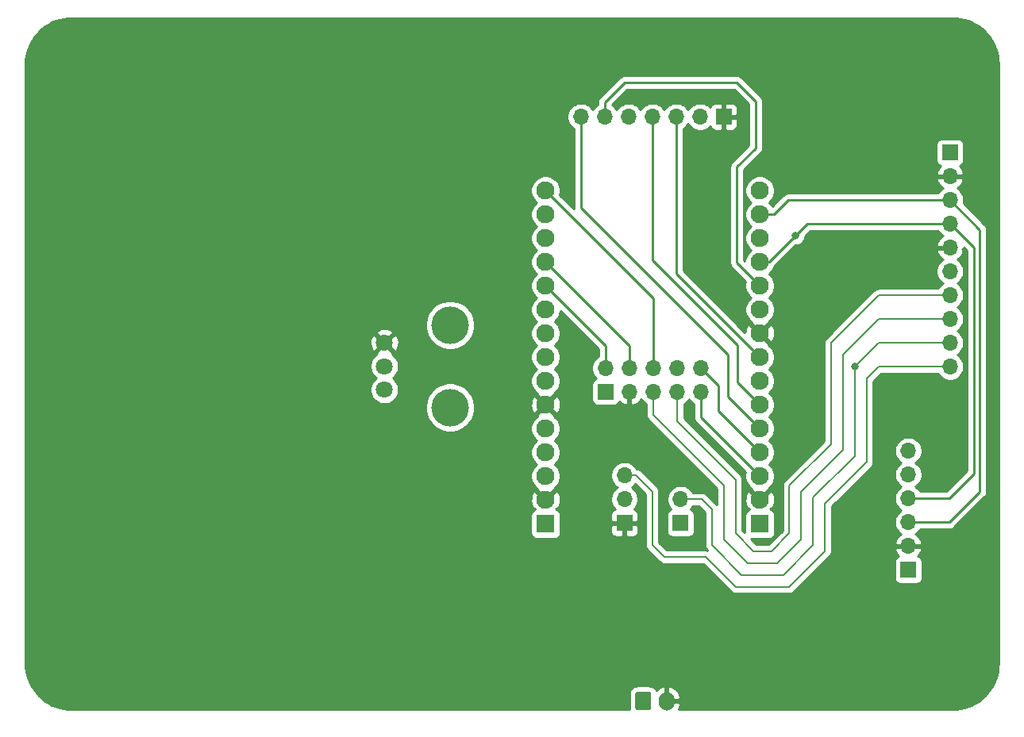
<source format=gbr>
%TF.GenerationSoftware,KiCad,Pcbnew,5.1.6*%
%TF.CreationDate,2020-06-18T23:16:12-07:00*%
%TF.ProjectId,draft,64726166-742e-46b6-9963-61645f706362,rev?*%
%TF.SameCoordinates,Original*%
%TF.FileFunction,Copper,L1,Top*%
%TF.FilePolarity,Positive*%
%FSLAX46Y46*%
G04 Gerber Fmt 4.6, Leading zero omitted, Abs format (unit mm)*
G04 Created by KiCad (PCBNEW 5.1.6) date 2020-06-18 23:16:12*
%MOMM*%
%LPD*%
G01*
G04 APERTURE LIST*
%TA.AperFunction,ComponentPad*%
%ADD10R,1.930000X1.930000*%
%TD*%
%TA.AperFunction,ComponentPad*%
%ADD11C,1.930000*%
%TD*%
%TA.AperFunction,ComponentPad*%
%ADD12O,1.700000X2.000000*%
%TD*%
%TA.AperFunction,WasherPad*%
%ADD13C,4.000000*%
%TD*%
%TA.AperFunction,ComponentPad*%
%ADD14C,1.800000*%
%TD*%
%TA.AperFunction,ComponentPad*%
%ADD15R,1.700000X1.700000*%
%TD*%
%TA.AperFunction,ComponentPad*%
%ADD16O,1.700000X1.700000*%
%TD*%
%TA.AperFunction,ViaPad*%
%ADD17C,0.800000*%
%TD*%
%TA.AperFunction,Conductor*%
%ADD18C,0.250000*%
%TD*%
%TA.AperFunction,Conductor*%
%ADD19C,0.200000*%
%TD*%
%TA.AperFunction,Conductor*%
%ADD20C,0.254000*%
%TD*%
G04 APERTURE END LIST*
D10*
%TO.P,U1,3V3*%
%TO.N,+3V3*%
X105450001Y-84095001D03*
D11*
%TO.P,U1,GND*%
%TO.N,GND*%
X105450001Y-81555001D03*
%TO.P,U1,D10*%
%TO.N,Net-(J1-Pad9)*%
X105450001Y-79015001D03*
%TO.P,U1,D9*%
%TO.N,Net-(J1-Pad10)*%
X105450001Y-76475001D03*
%TO.P,U1,D8*%
%TO.N,Net-(LCD_SPI1-Pad7)*%
X105450001Y-73935001D03*
%TO.P,U1,D7*%
%TO.N,Net-(LCD_SPI1-Pad4)*%
X105450001Y-71395001D03*
%TO.P,U1,D6*%
%TO.N,Net-(LCD_SPI1-Pad5)*%
X105450001Y-68855001D03*
%TO.P,U1,D5*%
%TO.N,Net-(LCD_SPI1-Pad3)*%
X105450001Y-66315001D03*
%TO.P,U1,GND*%
%TO.N,GND*%
X105450001Y-63775001D03*
%TO.P,U1,3V3*%
%TO.N,+3V3*%
X105450001Y-61235001D03*
%TO.P,U1,D4*%
%TO.N,Net-(LCD_SPI1-Pad6)*%
X105450001Y-58695001D03*
%TO.P,U1,D3*%
%TO.N,Net-(ADC1-Pad4)*%
X105450001Y-56155001D03*
%TO.P,U1,D2*%
%TO.N,Net-(ADC1-Pad6)*%
X105450001Y-53615001D03*
%TO.P,U1,D1*%
%TO.N,Net-(ADC1-Pad3)*%
X105450001Y-51075001D03*
%TO.P,U1,D0*%
%TO.N,Net-(IC1-Pad30)*%
X105450001Y-48535001D03*
D10*
%TO.P,U1,Vin*%
%TO.N,+5V*%
X82590001Y-84095001D03*
D11*
%TO.P,U1,GND*%
%TO.N,GND*%
X82590001Y-81555001D03*
%TO.P,U1,RST*%
%TO.N,Net-(U1-PadRST)*%
X82590001Y-79015001D03*
%TO.P,U1,EN*%
%TO.N,Net-(U1-PadEN)*%
X82590001Y-76475001D03*
%TO.P,U1,3V3*%
%TO.N,+3V3*%
X82590001Y-73935001D03*
%TO.P,U1,GND*%
%TO.N,GND*%
X82590001Y-71395001D03*
%TO.P,U1,CLK*%
%TO.N,Net-(U1-PadCLK)*%
X82590001Y-68855001D03*
%TO.P,U1,SD0*%
%TO.N,Net-(U1-PadSD0)*%
X82590001Y-66315001D03*
%TO.P,U1,CMD*%
%TO.N,Net-(U1-PadCMD)*%
X82590001Y-63775001D03*
%TO.P,U1,SD1*%
%TO.N,Net-(U1-PadSD1)*%
X82590001Y-61235001D03*
%TO.P,U1,SD2*%
%TO.N,Net-(J1-Pad2)*%
X82590001Y-58695001D03*
%TO.P,U1,SD3*%
%TO.N,Net-(J1-Pad4)*%
X82590001Y-56155001D03*
%TO.P,U1,RSV*%
%TO.N,Net-(U1-PadRSV)*%
X82590001Y-53615001D03*
X82590001Y-51075001D03*
%TO.P,U1,A0*%
%TO.N,Net-(J1-Pad6)*%
X82590001Y-48535001D03*
%TD*%
%TO.P,J2,1*%
%TO.N,+5V*%
%TA.AperFunction,ComponentPad*%
G36*
G01*
X92150000Y-103750000D02*
X92150000Y-102250000D01*
G75*
G02*
X92400000Y-102000000I250000J0D01*
G01*
X93600000Y-102000000D01*
G75*
G02*
X93850000Y-102250000I0J-250000D01*
G01*
X93850000Y-103750000D01*
G75*
G02*
X93600000Y-104000000I-250000J0D01*
G01*
X92400000Y-104000000D01*
G75*
G02*
X92150000Y-103750000I0J250000D01*
G01*
G37*
%TD.AperFunction*%
D12*
%TO.P,J2,2*%
%TO.N,GND*%
X95500000Y-103000000D03*
%TD*%
D13*
%TO.P,RV1,*%
%TO.N,*%
X72405000Y-62870000D03*
X72405000Y-71670000D03*
D14*
%TO.P,RV1,1*%
%TO.N,GND*%
X65405000Y-64770000D03*
%TO.P,RV1,2*%
%TO.N,Net-(IC1-Pad31)*%
X65405000Y-67270000D03*
%TO.P,RV1,3*%
%TO.N,+3V3*%
X65405000Y-69770000D03*
%TD*%
D15*
%TO.P,ADC1,1*%
%TO.N,+3V3*%
X125730000Y-44450000D03*
D16*
%TO.P,ADC1,2*%
%TO.N,GND*%
X125730000Y-46990000D03*
%TO.P,ADC1,3*%
%TO.N,Net-(ADC1-Pad3)*%
X125730000Y-49530000D03*
%TO.P,ADC1,4*%
%TO.N,Net-(ADC1-Pad4)*%
X125730000Y-52070000D03*
%TO.P,ADC1,5*%
%TO.N,GND*%
X125730000Y-54610000D03*
%TO.P,ADC1,6*%
%TO.N,Net-(ADC1-Pad6)*%
X125730000Y-57150000D03*
%TO.P,ADC1,7*%
%TO.N,Net-(ADC1-Pad7)*%
X125730000Y-59690000D03*
%TO.P,ADC1,8*%
%TO.N,Net-(ADC1-Pad8)*%
X125730000Y-62230000D03*
%TO.P,ADC1,9*%
%TO.N,Net-(ADC1-Pad9)*%
X125730000Y-64770000D03*
%TO.P,ADC1,10*%
%TO.N,Net-(ADC1-Pad10)*%
X125730000Y-67310000D03*
%TD*%
D15*
%TO.P,BME1,1*%
%TO.N,+3V3*%
X121285000Y-89000000D03*
D16*
%TO.P,BME1,2*%
%TO.N,GND*%
X121285000Y-86460000D03*
%TO.P,BME1,3*%
%TO.N,Net-(ADC1-Pad3)*%
X121285000Y-83920000D03*
%TO.P,BME1,4*%
%TO.N,Net-(ADC1-Pad4)*%
X121285000Y-81380000D03*
%TO.P,BME1,5*%
%TO.N,Net-(BME1-Pad5)*%
X121285000Y-78840000D03*
%TO.P,BME1,6*%
%TO.N,Net-(BME1-Pad6)*%
X121285000Y-76300000D03*
%TD*%
D15*
%TO.P,J1,1*%
%TO.N,+3V3*%
X89000000Y-70000000D03*
D16*
%TO.P,J1,2*%
%TO.N,Net-(J1-Pad2)*%
X89000000Y-67460000D03*
%TO.P,J1,3*%
%TO.N,GND*%
X91540000Y-70000000D03*
%TO.P,J1,4*%
%TO.N,Net-(J1-Pad4)*%
X91540000Y-67460000D03*
%TO.P,J1,5*%
%TO.N,Net-(ADC1-Pad8)*%
X94080000Y-70000000D03*
%TO.P,J1,6*%
%TO.N,Net-(J1-Pad6)*%
X94080000Y-67460000D03*
%TO.P,J1,7*%
%TO.N,Net-(ADC1-Pad7)*%
X96620000Y-70000000D03*
%TO.P,J1,8*%
%TO.N,Net-(J1-Pad8)*%
X96620000Y-67460000D03*
%TO.P,J1,9*%
%TO.N,Net-(J1-Pad9)*%
X99160000Y-70000000D03*
%TO.P,J1,10*%
%TO.N,Net-(J1-Pad10)*%
X99160000Y-67460000D03*
%TD*%
D15*
%TO.P,LCD_SPI1,1*%
%TO.N,GND*%
X101600000Y-40640000D03*
D16*
%TO.P,LCD_SPI1,2*%
%TO.N,+3V3*%
X99060000Y-40640000D03*
%TO.P,LCD_SPI1,3*%
%TO.N,Net-(LCD_SPI1-Pad3)*%
X96520000Y-40640000D03*
%TO.P,LCD_SPI1,4*%
%TO.N,Net-(LCD_SPI1-Pad4)*%
X93980000Y-40640000D03*
%TO.P,LCD_SPI1,5*%
%TO.N,Net-(LCD_SPI1-Pad5)*%
X91440000Y-40640000D03*
%TO.P,LCD_SPI1,6*%
%TO.N,Net-(LCD_SPI1-Pad6)*%
X88900000Y-40640000D03*
%TO.P,LCD_SPI1,7*%
%TO.N,Net-(LCD_SPI1-Pad7)*%
X86360000Y-40640000D03*
%TD*%
D15*
%TO.P,MOIST1,1*%
%TO.N,GND*%
X91000000Y-84000000D03*
D16*
%TO.P,MOIST1,2*%
%TO.N,+3V3*%
X91000000Y-81460000D03*
%TO.P,MOIST1,3*%
%TO.N,Net-(ADC1-Pad10)*%
X91000000Y-78920000D03*
%TD*%
D15*
%TO.P,PHOTO1,1*%
%TO.N,+3V3*%
X97000000Y-84000000D03*
D16*
%TO.P,PHOTO1,2*%
%TO.N,Net-(ADC1-Pad9)*%
X97000000Y-81460000D03*
%TD*%
D17*
%TO.N,GND*%
X60325000Y-71755000D03*
X110490000Y-67310000D03*
X110490000Y-70485000D03*
X55235000Y-66250000D03*
%TO.N,Net-(ADC1-Pad4)*%
X109220000Y-53340000D03*
%TO.N,Net-(ADC1-Pad9)*%
X115570000Y-67310000D03*
%TD*%
D18*
%TO.N,Net-(J1-Pad4)*%
X91540000Y-65105000D02*
X91540000Y-67460000D01*
X82590001Y-56155001D02*
X91540000Y-65105000D01*
%TO.N,Net-(J1-Pad9)*%
X99160000Y-72725000D02*
X105450001Y-79015001D01*
X99160000Y-70000000D02*
X99160000Y-72725000D01*
%TO.N,Net-(J1-Pad6)*%
X94080000Y-60025000D02*
X94080000Y-67460000D01*
X82590001Y-48535001D02*
X94080000Y-60025000D01*
%TO.N,Net-(ADC1-Pad3)*%
X125630000Y-83920000D02*
X121285000Y-83920000D01*
X128905000Y-52705000D02*
X128905000Y-80645000D01*
X128905000Y-80645000D02*
X125630000Y-83920000D01*
X125730000Y-49530000D02*
X128905000Y-52705000D01*
X105450001Y-51075001D02*
X106924999Y-51075001D01*
X106924999Y-51075001D02*
X108470000Y-49530000D01*
X108470000Y-49530000D02*
X125730000Y-49530000D01*
%TO.N,Net-(ADC1-Pad4)*%
X105450001Y-56155001D02*
X106404999Y-56155001D01*
X106404999Y-56155001D02*
X110490000Y-52070000D01*
X110490000Y-52070000D02*
X125730000Y-52070000D01*
X121285000Y-81380000D02*
X125630000Y-81380000D01*
X125630000Y-81380000D02*
X128270000Y-78740000D01*
X128270000Y-54610000D02*
X125730000Y-52070000D01*
X128270000Y-78740000D02*
X128270000Y-54610000D01*
D19*
%TO.N,Net-(ADC1-Pad7)*%
X96620000Y-70000000D02*
X96620000Y-73125000D01*
X96620000Y-73125000D02*
X102870000Y-79375000D01*
X102870000Y-79375000D02*
X102870000Y-85090000D01*
X102870000Y-85090000D02*
X104775000Y-86995000D01*
X104775000Y-86995000D02*
X106680000Y-86995000D01*
X106680000Y-86995000D02*
X108585000Y-85090000D01*
X108585000Y-85090000D02*
X108585000Y-80010000D01*
X108585000Y-80010000D02*
X113030000Y-75565000D01*
X113030000Y-75565000D02*
X113030000Y-64770000D01*
X118110000Y-59690000D02*
X125730000Y-59690000D01*
X113030000Y-64770000D02*
X118110000Y-59690000D01*
%TO.N,Net-(ADC1-Pad8)*%
X118110000Y-62230000D02*
X125730000Y-62230000D01*
X114300000Y-66040000D02*
X118110000Y-62230000D01*
X114300000Y-76200000D02*
X114300000Y-66040000D01*
X109855000Y-80645000D02*
X114300000Y-76200000D01*
X107315000Y-88265000D02*
X109855000Y-85725000D01*
X104140000Y-88265000D02*
X107315000Y-88265000D01*
X101600000Y-80010000D02*
X101600000Y-85725000D01*
X101600000Y-85725000D02*
X104140000Y-88265000D01*
X94080000Y-72490000D02*
X101600000Y-80010000D01*
X109855000Y-85725000D02*
X109855000Y-80645000D01*
X94080000Y-70000000D02*
X94080000Y-72490000D01*
%TO.N,Net-(ADC1-Pad9)*%
X115570000Y-67310000D02*
X118110000Y-64770000D01*
X111125000Y-81280000D02*
X115570000Y-76835000D01*
X103505000Y-89535000D02*
X107950000Y-89535000D01*
X118110000Y-64770000D02*
X125730000Y-64770000D01*
X111125000Y-86360000D02*
X111125000Y-81280000D01*
X100330000Y-86360000D02*
X103505000Y-89535000D01*
X115570000Y-76835000D02*
X115570000Y-67310000D01*
X107950000Y-89535000D02*
X111125000Y-86360000D01*
X100330000Y-82550000D02*
X100330000Y-86360000D01*
X99240000Y-81460000D02*
X100330000Y-82550000D01*
X97000000Y-81460000D02*
X99240000Y-81460000D01*
D18*
%TO.N,Net-(LCD_SPI1-Pad3)*%
X96520000Y-57385000D02*
X96520000Y-40640000D01*
X105450001Y-66315001D02*
X96520000Y-57385000D01*
%TO.N,Net-(LCD_SPI1-Pad4)*%
X105450001Y-71395001D02*
X103055000Y-69000000D01*
X103055000Y-69000000D02*
X103055000Y-65055000D01*
X93980000Y-55980000D02*
X93980000Y-40640000D01*
X103055000Y-65055000D02*
X93980000Y-55980000D01*
%TO.N,Net-(LCD_SPI1-Pad6)*%
X105450001Y-58695001D02*
X103000000Y-56245000D01*
X103000000Y-56245000D02*
X103000000Y-46000000D01*
X103000000Y-46000000D02*
X105000000Y-44000000D01*
X105000000Y-44000000D02*
X105000000Y-39000000D01*
X105000000Y-39000000D02*
X103000000Y-37000000D01*
X103000000Y-37000000D02*
X91000000Y-37000000D01*
X88900000Y-39100000D02*
X88900000Y-40640000D01*
X91000000Y-37000000D02*
X88900000Y-39100000D01*
%TO.N,Net-(LCD_SPI1-Pad7)*%
X105450001Y-73935001D02*
X102000000Y-70485000D01*
X102000000Y-70485000D02*
X102000000Y-66000000D01*
X86360000Y-50360000D02*
X86360000Y-40640000D01*
X102000000Y-66000000D02*
X86360000Y-50360000D01*
D19*
%TO.N,Net-(ADC1-Pad10)*%
X118110000Y-67310000D02*
X125730000Y-67310000D01*
X116840000Y-68580000D02*
X118110000Y-67310000D01*
X116840000Y-77470000D02*
X116840000Y-68580000D01*
X112395000Y-86995000D02*
X112395000Y-81915000D01*
X108585000Y-90805000D02*
X112395000Y-86995000D01*
X102870000Y-90805000D02*
X108585000Y-90805000D01*
X99695000Y-87630000D02*
X102870000Y-90805000D01*
X93980000Y-86360000D02*
X95250000Y-87630000D01*
X95250000Y-87630000D02*
X99695000Y-87630000D01*
X93980000Y-80645000D02*
X93980000Y-86360000D01*
X112395000Y-81915000D02*
X116840000Y-77470000D01*
X92255000Y-78920000D02*
X93980000Y-80645000D01*
X91000000Y-78920000D02*
X92255000Y-78920000D01*
D18*
%TO.N,Net-(J1-Pad2)*%
X89000000Y-65105000D02*
X89000000Y-67460000D01*
X82590001Y-58695001D02*
X89000000Y-65105000D01*
%TO.N,Net-(J1-Pad10)*%
X102549990Y-73574990D02*
X102549990Y-73549990D01*
X105450001Y-76475001D02*
X102549990Y-73574990D01*
X102549990Y-73549990D02*
X101000000Y-72000000D01*
X101000000Y-69300000D02*
X99160000Y-67460000D01*
X101000000Y-72000000D02*
X101000000Y-69300000D01*
%TD*%
D20*
%TO.N,GND*%
G36*
X126424692Y-30145664D02*
G01*
X126846168Y-30201151D01*
X127261198Y-30293162D01*
X127666620Y-30420991D01*
X128059375Y-30583675D01*
X128436434Y-30779960D01*
X128794968Y-31008371D01*
X129132230Y-31267161D01*
X129445646Y-31554354D01*
X129732839Y-31867770D01*
X129991629Y-32205032D01*
X130220040Y-32563566D01*
X130416325Y-32940625D01*
X130579009Y-33333380D01*
X130706838Y-33738802D01*
X130798849Y-34153832D01*
X130854336Y-34575308D01*
X130873000Y-35002769D01*
X130873000Y-98997231D01*
X130854336Y-99424692D01*
X130798849Y-99846168D01*
X130706838Y-100261198D01*
X130579009Y-100666620D01*
X130416325Y-101059375D01*
X130220040Y-101436434D01*
X129991629Y-101794968D01*
X129732839Y-102132230D01*
X129445646Y-102445646D01*
X129132230Y-102732839D01*
X128794968Y-102991629D01*
X128436434Y-103220040D01*
X128059375Y-103416325D01*
X127666620Y-103579009D01*
X127261198Y-103706838D01*
X126846168Y-103798849D01*
X126424692Y-103854336D01*
X125997231Y-103873000D01*
X96794783Y-103873000D01*
X96902096Y-103642745D01*
X96971285Y-103359742D01*
X96827232Y-103127000D01*
X95627000Y-103127000D01*
X95627000Y-103147000D01*
X95373000Y-103147000D01*
X95373000Y-103127000D01*
X95353000Y-103127000D01*
X95353000Y-102873000D01*
X95373000Y-102873000D01*
X95373000Y-101529845D01*
X95627000Y-101529845D01*
X95627000Y-102873000D01*
X96827232Y-102873000D01*
X96971285Y-102640258D01*
X96902096Y-102357255D01*
X96779025Y-102093188D01*
X96606802Y-101858205D01*
X96392046Y-101661336D01*
X96143009Y-101510146D01*
X95869261Y-101410446D01*
X95856890Y-101408524D01*
X95627000Y-101529845D01*
X95373000Y-101529845D01*
X95143110Y-101408524D01*
X95130739Y-101410446D01*
X94856991Y-101510146D01*
X94607954Y-101661336D01*
X94393198Y-101858205D01*
X94392914Y-101858593D01*
X94338405Y-101756614D01*
X94227962Y-101622038D01*
X94093386Y-101511595D01*
X93939850Y-101429528D01*
X93773254Y-101378992D01*
X93600000Y-101361928D01*
X92400000Y-101361928D01*
X92226746Y-101378992D01*
X92060150Y-101429528D01*
X91906614Y-101511595D01*
X91772038Y-101622038D01*
X91661595Y-101756614D01*
X91579528Y-101910150D01*
X91528992Y-102076746D01*
X91511928Y-102250000D01*
X91511928Y-103750000D01*
X91524042Y-103873000D01*
X32002769Y-103873000D01*
X31575308Y-103854336D01*
X31153832Y-103798849D01*
X30738802Y-103706838D01*
X30333380Y-103579009D01*
X29940625Y-103416325D01*
X29563566Y-103220040D01*
X29205032Y-102991629D01*
X28867770Y-102732839D01*
X28554354Y-102445646D01*
X28267161Y-102132230D01*
X28008371Y-101794968D01*
X27779960Y-101436434D01*
X27583675Y-101059375D01*
X27420991Y-100666620D01*
X27293162Y-100261198D01*
X27201151Y-99846168D01*
X27145664Y-99424692D01*
X27127000Y-98997231D01*
X27127000Y-81618981D01*
X80983531Y-81618981D01*
X81026881Y-81931158D01*
X81130301Y-82228880D01*
X81218726Y-82394310D01*
X81479547Y-82485847D01*
X81444086Y-82521308D01*
X81380821Y-82540499D01*
X81270507Y-82599464D01*
X81173816Y-82678816D01*
X81094464Y-82775507D01*
X81035499Y-82885821D01*
X80999189Y-83005519D01*
X80986929Y-83130001D01*
X80986929Y-85060001D01*
X80999189Y-85184483D01*
X81035499Y-85304181D01*
X81094464Y-85414495D01*
X81173816Y-85511186D01*
X81270507Y-85590538D01*
X81380821Y-85649503D01*
X81500519Y-85685813D01*
X81625001Y-85698073D01*
X83555001Y-85698073D01*
X83679483Y-85685813D01*
X83799181Y-85649503D01*
X83909495Y-85590538D01*
X84006186Y-85511186D01*
X84085538Y-85414495D01*
X84144503Y-85304181D01*
X84180813Y-85184483D01*
X84193073Y-85060001D01*
X84193073Y-84850000D01*
X89511928Y-84850000D01*
X89524188Y-84974482D01*
X89560498Y-85094180D01*
X89619463Y-85204494D01*
X89698815Y-85301185D01*
X89795506Y-85380537D01*
X89905820Y-85439502D01*
X90025518Y-85475812D01*
X90150000Y-85488072D01*
X90714250Y-85485000D01*
X90873000Y-85326250D01*
X90873000Y-84127000D01*
X91127000Y-84127000D01*
X91127000Y-85326250D01*
X91285750Y-85485000D01*
X91850000Y-85488072D01*
X91974482Y-85475812D01*
X92094180Y-85439502D01*
X92204494Y-85380537D01*
X92301185Y-85301185D01*
X92380537Y-85204494D01*
X92439502Y-85094180D01*
X92475812Y-84974482D01*
X92488072Y-84850000D01*
X92485000Y-84285750D01*
X92326250Y-84127000D01*
X91127000Y-84127000D01*
X90873000Y-84127000D01*
X89673750Y-84127000D01*
X89515000Y-84285750D01*
X89511928Y-84850000D01*
X84193073Y-84850000D01*
X84193073Y-83130001D01*
X84180813Y-83005519D01*
X84144503Y-82885821D01*
X84085538Y-82775507D01*
X84006186Y-82678816D01*
X83909495Y-82599464D01*
X83799181Y-82540499D01*
X83735916Y-82521308D01*
X83700455Y-82485847D01*
X83961276Y-82394310D01*
X84098669Y-82110660D01*
X84178084Y-81805657D01*
X84196471Y-81491021D01*
X84153121Y-81178844D01*
X84049701Y-80881122D01*
X83961276Y-80715692D01*
X83700453Y-80624154D01*
X82769606Y-81555001D01*
X82783749Y-81569144D01*
X82604144Y-81748749D01*
X82590001Y-81734606D01*
X82575859Y-81748749D01*
X82396254Y-81569144D01*
X82410396Y-81555001D01*
X81479549Y-80624154D01*
X81218726Y-80715692D01*
X81081333Y-80999342D01*
X81001918Y-81304345D01*
X80983531Y-81618981D01*
X27127000Y-81618981D01*
X27127000Y-71410475D01*
X69770000Y-71410475D01*
X69770000Y-71929525D01*
X69871261Y-72438601D01*
X70069893Y-72918141D01*
X70358262Y-73349715D01*
X70725285Y-73716738D01*
X71156859Y-74005107D01*
X71636399Y-74203739D01*
X72145475Y-74305000D01*
X72664525Y-74305000D01*
X73173601Y-74203739D01*
X73653141Y-74005107D01*
X73993905Y-73777415D01*
X80990001Y-73777415D01*
X80990001Y-74092587D01*
X81051488Y-74401704D01*
X81172099Y-74692885D01*
X81347200Y-74954942D01*
X81570060Y-75177802D01*
X81610766Y-75205001D01*
X81570060Y-75232200D01*
X81347200Y-75455060D01*
X81172099Y-75717117D01*
X81051488Y-76008298D01*
X80990001Y-76317415D01*
X80990001Y-76632587D01*
X81051488Y-76941704D01*
X81172099Y-77232885D01*
X81347200Y-77494942D01*
X81570060Y-77717802D01*
X81610766Y-77745001D01*
X81570060Y-77772200D01*
X81347200Y-77995060D01*
X81172099Y-78257117D01*
X81051488Y-78548298D01*
X80990001Y-78857415D01*
X80990001Y-79172587D01*
X81051488Y-79481704D01*
X81172099Y-79772885D01*
X81347200Y-80034942D01*
X81570060Y-80257802D01*
X81695320Y-80341498D01*
X81659154Y-80444549D01*
X82590001Y-81375396D01*
X83520848Y-80444549D01*
X83484682Y-80341498D01*
X83609942Y-80257802D01*
X83832802Y-80034942D01*
X84007903Y-79772885D01*
X84128514Y-79481704D01*
X84190001Y-79172587D01*
X84190001Y-78857415D01*
X84128514Y-78548298D01*
X84007903Y-78257117D01*
X83832802Y-77995060D01*
X83609942Y-77772200D01*
X83569236Y-77745001D01*
X83609942Y-77717802D01*
X83832802Y-77494942D01*
X84007903Y-77232885D01*
X84128514Y-76941704D01*
X84190001Y-76632587D01*
X84190001Y-76317415D01*
X84128514Y-76008298D01*
X84007903Y-75717117D01*
X83832802Y-75455060D01*
X83609942Y-75232200D01*
X83569236Y-75205001D01*
X83609942Y-75177802D01*
X83832802Y-74954942D01*
X84007903Y-74692885D01*
X84128514Y-74401704D01*
X84190001Y-74092587D01*
X84190001Y-73777415D01*
X84128514Y-73468298D01*
X84007903Y-73177117D01*
X83832802Y-72915060D01*
X83609942Y-72692200D01*
X83484682Y-72608504D01*
X83520848Y-72505453D01*
X82590001Y-71574606D01*
X81659154Y-72505453D01*
X81695320Y-72608504D01*
X81570060Y-72692200D01*
X81347200Y-72915060D01*
X81172099Y-73177117D01*
X81051488Y-73468298D01*
X80990001Y-73777415D01*
X73993905Y-73777415D01*
X74084715Y-73716738D01*
X74451738Y-73349715D01*
X74740107Y-72918141D01*
X74938739Y-72438601D01*
X75040000Y-71929525D01*
X75040000Y-71458981D01*
X80983531Y-71458981D01*
X81026881Y-71771158D01*
X81130301Y-72068880D01*
X81218726Y-72234310D01*
X81479549Y-72325848D01*
X82410396Y-71395001D01*
X82769606Y-71395001D01*
X83700453Y-72325848D01*
X83961276Y-72234310D01*
X84098669Y-71950660D01*
X84178084Y-71645657D01*
X84196471Y-71331021D01*
X84153121Y-71018844D01*
X84049701Y-70721122D01*
X83961276Y-70555692D01*
X83700453Y-70464154D01*
X82769606Y-71395001D01*
X82410396Y-71395001D01*
X81479549Y-70464154D01*
X81218726Y-70555692D01*
X81081333Y-70839342D01*
X81001918Y-71144345D01*
X80983531Y-71458981D01*
X75040000Y-71458981D01*
X75040000Y-71410475D01*
X74938739Y-70901399D01*
X74740107Y-70421859D01*
X74451738Y-69990285D01*
X74084715Y-69623262D01*
X73653141Y-69334893D01*
X73173601Y-69136261D01*
X72664525Y-69035000D01*
X72145475Y-69035000D01*
X71636399Y-69136261D01*
X71156859Y-69334893D01*
X70725285Y-69623262D01*
X70358262Y-69990285D01*
X70069893Y-70421859D01*
X69871261Y-70901399D01*
X69770000Y-71410475D01*
X27127000Y-71410475D01*
X27127000Y-67118816D01*
X63870000Y-67118816D01*
X63870000Y-67421184D01*
X63928989Y-67717743D01*
X64044701Y-67997095D01*
X64212688Y-68248505D01*
X64426495Y-68462312D01*
X64512831Y-68520000D01*
X64426495Y-68577688D01*
X64212688Y-68791495D01*
X64044701Y-69042905D01*
X63928989Y-69322257D01*
X63870000Y-69618816D01*
X63870000Y-69921184D01*
X63928989Y-70217743D01*
X64044701Y-70497095D01*
X64212688Y-70748505D01*
X64426495Y-70962312D01*
X64677905Y-71130299D01*
X64957257Y-71246011D01*
X65253816Y-71305000D01*
X65556184Y-71305000D01*
X65852743Y-71246011D01*
X66132095Y-71130299D01*
X66383505Y-70962312D01*
X66597312Y-70748505D01*
X66765299Y-70497095D01*
X66881011Y-70217743D01*
X66940000Y-69921184D01*
X66940000Y-69618816D01*
X66881011Y-69322257D01*
X66765299Y-69042905D01*
X66597312Y-68791495D01*
X66383505Y-68577688D01*
X66297169Y-68520000D01*
X66383505Y-68462312D01*
X66597312Y-68248505D01*
X66765299Y-67997095D01*
X66881011Y-67717743D01*
X66940000Y-67421184D01*
X66940000Y-67118816D01*
X66881011Y-66822257D01*
X66765299Y-66542905D01*
X66597312Y-66291495D01*
X66383505Y-66077688D01*
X66240690Y-65982262D01*
X66289475Y-65834080D01*
X65405000Y-64949605D01*
X64520525Y-65834080D01*
X64569310Y-65982262D01*
X64426495Y-66077688D01*
X64212688Y-66291495D01*
X64044701Y-66542905D01*
X63928989Y-66822257D01*
X63870000Y-67118816D01*
X27127000Y-67118816D01*
X27127000Y-64836553D01*
X63864009Y-64836553D01*
X63906603Y-65135907D01*
X64006778Y-65421199D01*
X64086739Y-65570792D01*
X64340920Y-65654475D01*
X65225395Y-64770000D01*
X65584605Y-64770000D01*
X66469080Y-65654475D01*
X66723261Y-65570792D01*
X66854158Y-65298225D01*
X66929365Y-65005358D01*
X66945991Y-64703447D01*
X66903397Y-64404093D01*
X66803222Y-64118801D01*
X66723261Y-63969208D01*
X66469080Y-63885525D01*
X65584605Y-64770000D01*
X65225395Y-64770000D01*
X64340920Y-63885525D01*
X64086739Y-63969208D01*
X63955842Y-64241775D01*
X63880635Y-64534642D01*
X63864009Y-64836553D01*
X27127000Y-64836553D01*
X27127000Y-63705920D01*
X64520525Y-63705920D01*
X65405000Y-64590395D01*
X66289475Y-63705920D01*
X66205792Y-63451739D01*
X65933225Y-63320842D01*
X65640358Y-63245635D01*
X65338447Y-63229009D01*
X65039093Y-63271603D01*
X64753801Y-63371778D01*
X64604208Y-63451739D01*
X64520525Y-63705920D01*
X27127000Y-63705920D01*
X27127000Y-62610475D01*
X69770000Y-62610475D01*
X69770000Y-63129525D01*
X69871261Y-63638601D01*
X70069893Y-64118141D01*
X70358262Y-64549715D01*
X70725285Y-64916738D01*
X71156859Y-65205107D01*
X71636399Y-65403739D01*
X72145475Y-65505000D01*
X72664525Y-65505000D01*
X73173601Y-65403739D01*
X73653141Y-65205107D01*
X74084715Y-64916738D01*
X74451738Y-64549715D01*
X74740107Y-64118141D01*
X74938739Y-63638601D01*
X75040000Y-63129525D01*
X75040000Y-62610475D01*
X74938739Y-62101399D01*
X74740107Y-61621859D01*
X74451738Y-61190285D01*
X74084715Y-60823262D01*
X73653141Y-60534893D01*
X73173601Y-60336261D01*
X72664525Y-60235000D01*
X72145475Y-60235000D01*
X71636399Y-60336261D01*
X71156859Y-60534893D01*
X70725285Y-60823262D01*
X70358262Y-61190285D01*
X70069893Y-61621859D01*
X69871261Y-62101399D01*
X69770000Y-62610475D01*
X27127000Y-62610475D01*
X27127000Y-48377415D01*
X80990001Y-48377415D01*
X80990001Y-48692587D01*
X81051488Y-49001704D01*
X81172099Y-49292885D01*
X81347200Y-49554942D01*
X81570060Y-49777802D01*
X81610766Y-49805001D01*
X81570060Y-49832200D01*
X81347200Y-50055060D01*
X81172099Y-50317117D01*
X81051488Y-50608298D01*
X80990001Y-50917415D01*
X80990001Y-51232587D01*
X81051488Y-51541704D01*
X81172099Y-51832885D01*
X81347200Y-52094942D01*
X81570060Y-52317802D01*
X81610766Y-52345001D01*
X81570060Y-52372200D01*
X81347200Y-52595060D01*
X81172099Y-52857117D01*
X81051488Y-53148298D01*
X80990001Y-53457415D01*
X80990001Y-53772587D01*
X81051488Y-54081704D01*
X81172099Y-54372885D01*
X81347200Y-54634942D01*
X81570060Y-54857802D01*
X81610766Y-54885001D01*
X81570060Y-54912200D01*
X81347200Y-55135060D01*
X81172099Y-55397117D01*
X81051488Y-55688298D01*
X80990001Y-55997415D01*
X80990001Y-56312587D01*
X81051488Y-56621704D01*
X81172099Y-56912885D01*
X81347200Y-57174942D01*
X81570060Y-57397802D01*
X81610766Y-57425001D01*
X81570060Y-57452200D01*
X81347200Y-57675060D01*
X81172099Y-57937117D01*
X81051488Y-58228298D01*
X80990001Y-58537415D01*
X80990001Y-58852587D01*
X81051488Y-59161704D01*
X81172099Y-59452885D01*
X81347200Y-59714942D01*
X81570060Y-59937802D01*
X81610766Y-59965001D01*
X81570060Y-59992200D01*
X81347200Y-60215060D01*
X81172099Y-60477117D01*
X81051488Y-60768298D01*
X80990001Y-61077415D01*
X80990001Y-61392587D01*
X81051488Y-61701704D01*
X81172099Y-61992885D01*
X81347200Y-62254942D01*
X81570060Y-62477802D01*
X81610766Y-62505001D01*
X81570060Y-62532200D01*
X81347200Y-62755060D01*
X81172099Y-63017117D01*
X81051488Y-63308298D01*
X80990001Y-63617415D01*
X80990001Y-63932587D01*
X81051488Y-64241704D01*
X81172099Y-64532885D01*
X81347200Y-64794942D01*
X81570060Y-65017802D01*
X81610766Y-65045001D01*
X81570060Y-65072200D01*
X81347200Y-65295060D01*
X81172099Y-65557117D01*
X81051488Y-65848298D01*
X80990001Y-66157415D01*
X80990001Y-66472587D01*
X81051488Y-66781704D01*
X81172099Y-67072885D01*
X81347200Y-67334942D01*
X81570060Y-67557802D01*
X81610766Y-67585001D01*
X81570060Y-67612200D01*
X81347200Y-67835060D01*
X81172099Y-68097117D01*
X81051488Y-68388298D01*
X80990001Y-68697415D01*
X80990001Y-69012587D01*
X81051488Y-69321704D01*
X81172099Y-69612885D01*
X81347200Y-69874942D01*
X81570060Y-70097802D01*
X81695320Y-70181498D01*
X81659154Y-70284549D01*
X82590001Y-71215396D01*
X83520848Y-70284549D01*
X83484682Y-70181498D01*
X83609942Y-70097802D01*
X83832802Y-69874942D01*
X84007903Y-69612885D01*
X84128514Y-69321704D01*
X84190001Y-69012587D01*
X84190001Y-68697415D01*
X84128514Y-68388298D01*
X84007903Y-68097117D01*
X83832802Y-67835060D01*
X83609942Y-67612200D01*
X83569236Y-67585001D01*
X83609942Y-67557802D01*
X83832802Y-67334942D01*
X84007903Y-67072885D01*
X84128514Y-66781704D01*
X84190001Y-66472587D01*
X84190001Y-66157415D01*
X84128514Y-65848298D01*
X84007903Y-65557117D01*
X83832802Y-65295060D01*
X83609942Y-65072200D01*
X83569236Y-65045001D01*
X83609942Y-65017802D01*
X83832802Y-64794942D01*
X84007903Y-64532885D01*
X84128514Y-64241704D01*
X84190001Y-63932587D01*
X84190001Y-63617415D01*
X84128514Y-63308298D01*
X84007903Y-63017117D01*
X83832802Y-62755060D01*
X83609942Y-62532200D01*
X83569236Y-62505001D01*
X83609942Y-62477802D01*
X83832802Y-62254942D01*
X84007903Y-61992885D01*
X84128514Y-61701704D01*
X84190001Y-61392587D01*
X84190001Y-61369802D01*
X88240000Y-65419802D01*
X88240000Y-66181821D01*
X88053368Y-66306525D01*
X87846525Y-66513368D01*
X87684010Y-66756589D01*
X87572068Y-67026842D01*
X87515000Y-67313740D01*
X87515000Y-67606260D01*
X87572068Y-67893158D01*
X87684010Y-68163411D01*
X87846525Y-68406632D01*
X87978380Y-68538487D01*
X87905820Y-68560498D01*
X87795506Y-68619463D01*
X87698815Y-68698815D01*
X87619463Y-68795506D01*
X87560498Y-68905820D01*
X87524188Y-69025518D01*
X87511928Y-69150000D01*
X87511928Y-70850000D01*
X87524188Y-70974482D01*
X87560498Y-71094180D01*
X87619463Y-71204494D01*
X87698815Y-71301185D01*
X87795506Y-71380537D01*
X87905820Y-71439502D01*
X88025518Y-71475812D01*
X88150000Y-71488072D01*
X89850000Y-71488072D01*
X89974482Y-71475812D01*
X90094180Y-71439502D01*
X90204494Y-71380537D01*
X90301185Y-71301185D01*
X90380537Y-71204494D01*
X90439502Y-71094180D01*
X90463966Y-71013534D01*
X90539731Y-71097588D01*
X90773080Y-71271641D01*
X91035901Y-71396825D01*
X91183110Y-71441476D01*
X91413000Y-71320155D01*
X91413000Y-70127000D01*
X91393000Y-70127000D01*
X91393000Y-69873000D01*
X91413000Y-69873000D01*
X91413000Y-69853000D01*
X91667000Y-69853000D01*
X91667000Y-69873000D01*
X91687000Y-69873000D01*
X91687000Y-70127000D01*
X91667000Y-70127000D01*
X91667000Y-71320155D01*
X91896890Y-71441476D01*
X92044099Y-71396825D01*
X92306920Y-71271641D01*
X92540269Y-71097588D01*
X92735178Y-70881355D01*
X92804805Y-70764466D01*
X92926525Y-70946632D01*
X93133368Y-71153475D01*
X93345001Y-71294883D01*
X93345001Y-72453885D01*
X93341444Y-72490000D01*
X93355635Y-72634085D01*
X93394947Y-72763677D01*
X93397664Y-72772633D01*
X93465914Y-72900320D01*
X93557763Y-73012238D01*
X93585808Y-73035254D01*
X100865000Y-80314447D01*
X100865000Y-82043314D01*
X100852237Y-82027762D01*
X100824197Y-82004750D01*
X99785258Y-80965812D01*
X99762238Y-80937762D01*
X99650320Y-80845913D01*
X99522633Y-80777663D01*
X99384085Y-80735635D01*
X99276105Y-80725000D01*
X99240000Y-80721444D01*
X99203895Y-80725000D01*
X98294883Y-80725000D01*
X98153475Y-80513368D01*
X97946632Y-80306525D01*
X97703411Y-80144010D01*
X97433158Y-80032068D01*
X97146260Y-79975000D01*
X96853740Y-79975000D01*
X96566842Y-80032068D01*
X96296589Y-80144010D01*
X96053368Y-80306525D01*
X95846525Y-80513368D01*
X95684010Y-80756589D01*
X95572068Y-81026842D01*
X95515000Y-81313740D01*
X95515000Y-81606260D01*
X95572068Y-81893158D01*
X95684010Y-82163411D01*
X95846525Y-82406632D01*
X95978380Y-82538487D01*
X95905820Y-82560498D01*
X95795506Y-82619463D01*
X95698815Y-82698815D01*
X95619463Y-82795506D01*
X95560498Y-82905820D01*
X95524188Y-83025518D01*
X95511928Y-83150000D01*
X95511928Y-84850000D01*
X95524188Y-84974482D01*
X95560498Y-85094180D01*
X95619463Y-85204494D01*
X95698815Y-85301185D01*
X95795506Y-85380537D01*
X95905820Y-85439502D01*
X96025518Y-85475812D01*
X96150000Y-85488072D01*
X97850000Y-85488072D01*
X97974482Y-85475812D01*
X98094180Y-85439502D01*
X98204494Y-85380537D01*
X98301185Y-85301185D01*
X98380537Y-85204494D01*
X98439502Y-85094180D01*
X98475812Y-84974482D01*
X98488072Y-84850000D01*
X98488072Y-83150000D01*
X98475812Y-83025518D01*
X98439502Y-82905820D01*
X98380537Y-82795506D01*
X98301185Y-82698815D01*
X98204494Y-82619463D01*
X98094180Y-82560498D01*
X98021620Y-82538487D01*
X98153475Y-82406632D01*
X98294883Y-82195000D01*
X98935554Y-82195000D01*
X99595000Y-82854447D01*
X99595001Y-86323885D01*
X99591444Y-86360000D01*
X99605635Y-86504085D01*
X99630084Y-86584680D01*
X99647664Y-86642633D01*
X99715914Y-86770320D01*
X99807763Y-86882238D01*
X99835808Y-86905254D01*
X99835873Y-86905319D01*
X99731105Y-86895000D01*
X99695000Y-86891444D01*
X99658895Y-86895000D01*
X95554447Y-86895000D01*
X94715000Y-86055554D01*
X94715000Y-80681094D01*
X94718555Y-80644999D01*
X94715000Y-80608904D01*
X94715000Y-80608895D01*
X94704365Y-80500915D01*
X94662337Y-80362367D01*
X94594087Y-80234680D01*
X94529507Y-80155990D01*
X94525253Y-80150806D01*
X94525250Y-80150803D01*
X94502237Y-80122762D01*
X94474197Y-80099750D01*
X92800258Y-78425812D01*
X92777238Y-78397762D01*
X92665320Y-78305913D01*
X92537633Y-78237663D01*
X92399085Y-78195635D01*
X92295149Y-78185398D01*
X92153475Y-77973368D01*
X91946632Y-77766525D01*
X91703411Y-77604010D01*
X91433158Y-77492068D01*
X91146260Y-77435000D01*
X90853740Y-77435000D01*
X90566842Y-77492068D01*
X90296589Y-77604010D01*
X90053368Y-77766525D01*
X89846525Y-77973368D01*
X89684010Y-78216589D01*
X89572068Y-78486842D01*
X89515000Y-78773740D01*
X89515000Y-79066260D01*
X89572068Y-79353158D01*
X89684010Y-79623411D01*
X89846525Y-79866632D01*
X90053368Y-80073475D01*
X90227760Y-80190000D01*
X90053368Y-80306525D01*
X89846525Y-80513368D01*
X89684010Y-80756589D01*
X89572068Y-81026842D01*
X89515000Y-81313740D01*
X89515000Y-81606260D01*
X89572068Y-81893158D01*
X89684010Y-82163411D01*
X89846525Y-82406632D01*
X89978380Y-82538487D01*
X89905820Y-82560498D01*
X89795506Y-82619463D01*
X89698815Y-82698815D01*
X89619463Y-82795506D01*
X89560498Y-82905820D01*
X89524188Y-83025518D01*
X89511928Y-83150000D01*
X89515000Y-83714250D01*
X89673750Y-83873000D01*
X90873000Y-83873000D01*
X90873000Y-83853000D01*
X91127000Y-83853000D01*
X91127000Y-83873000D01*
X92326250Y-83873000D01*
X92485000Y-83714250D01*
X92488072Y-83150000D01*
X92475812Y-83025518D01*
X92439502Y-82905820D01*
X92380537Y-82795506D01*
X92301185Y-82698815D01*
X92204494Y-82619463D01*
X92094180Y-82560498D01*
X92021620Y-82538487D01*
X92153475Y-82406632D01*
X92315990Y-82163411D01*
X92427932Y-81893158D01*
X92485000Y-81606260D01*
X92485000Y-81313740D01*
X92427932Y-81026842D01*
X92315990Y-80756589D01*
X92153475Y-80513368D01*
X91946632Y-80306525D01*
X91772240Y-80190000D01*
X91946632Y-80073475D01*
X92153475Y-79866632D01*
X92156964Y-79861410D01*
X93245000Y-80949447D01*
X93245001Y-86323885D01*
X93241444Y-86360000D01*
X93255635Y-86504085D01*
X93280084Y-86584680D01*
X93297664Y-86642633D01*
X93365914Y-86770320D01*
X93457763Y-86882238D01*
X93485808Y-86905254D01*
X94704746Y-88124193D01*
X94727762Y-88152238D01*
X94839680Y-88244087D01*
X94967367Y-88312337D01*
X95105915Y-88354365D01*
X95213895Y-88365000D01*
X95213904Y-88365000D01*
X95249999Y-88368555D01*
X95286094Y-88365000D01*
X99390554Y-88365000D01*
X102324746Y-91299193D01*
X102347762Y-91327238D01*
X102459680Y-91419087D01*
X102587367Y-91487337D01*
X102683886Y-91516616D01*
X102725914Y-91529365D01*
X102869999Y-91543556D01*
X102906104Y-91540000D01*
X108548895Y-91540000D01*
X108585000Y-91543556D01*
X108621105Y-91540000D01*
X108729085Y-91529365D01*
X108867633Y-91487337D01*
X108995320Y-91419087D01*
X109107238Y-91327238D01*
X109130259Y-91299187D01*
X112279446Y-88150000D01*
X119796928Y-88150000D01*
X119796928Y-89850000D01*
X119809188Y-89974482D01*
X119845498Y-90094180D01*
X119904463Y-90204494D01*
X119983815Y-90301185D01*
X120080506Y-90380537D01*
X120190820Y-90439502D01*
X120310518Y-90475812D01*
X120435000Y-90488072D01*
X122135000Y-90488072D01*
X122259482Y-90475812D01*
X122379180Y-90439502D01*
X122489494Y-90380537D01*
X122586185Y-90301185D01*
X122665537Y-90204494D01*
X122724502Y-90094180D01*
X122760812Y-89974482D01*
X122773072Y-89850000D01*
X122773072Y-88150000D01*
X122760812Y-88025518D01*
X122724502Y-87905820D01*
X122665537Y-87795506D01*
X122586185Y-87698815D01*
X122489494Y-87619463D01*
X122379180Y-87560498D01*
X122298534Y-87536034D01*
X122382588Y-87460269D01*
X122556641Y-87226920D01*
X122681825Y-86964099D01*
X122726476Y-86816890D01*
X122605155Y-86587000D01*
X121412000Y-86587000D01*
X121412000Y-86607000D01*
X121158000Y-86607000D01*
X121158000Y-86587000D01*
X119964845Y-86587000D01*
X119843524Y-86816890D01*
X119888175Y-86964099D01*
X120013359Y-87226920D01*
X120187412Y-87460269D01*
X120271466Y-87536034D01*
X120190820Y-87560498D01*
X120080506Y-87619463D01*
X119983815Y-87698815D01*
X119904463Y-87795506D01*
X119845498Y-87905820D01*
X119809188Y-88025518D01*
X119796928Y-88150000D01*
X112279446Y-88150000D01*
X112889197Y-87540250D01*
X112917237Y-87517238D01*
X112940250Y-87489197D01*
X112940253Y-87489194D01*
X113009087Y-87405320D01*
X113077337Y-87277634D01*
X113119365Y-87139085D01*
X113133556Y-86995000D01*
X113130000Y-86958895D01*
X113130000Y-82219446D01*
X117334197Y-78015250D01*
X117362237Y-77992238D01*
X117385250Y-77964197D01*
X117385253Y-77964194D01*
X117454086Y-77880321D01*
X117454087Y-77880320D01*
X117522337Y-77752633D01*
X117564365Y-77614085D01*
X117575000Y-77506105D01*
X117575000Y-77506096D01*
X117578555Y-77470001D01*
X117575000Y-77433906D01*
X117575000Y-68884446D01*
X118414447Y-68045000D01*
X124435117Y-68045000D01*
X124576525Y-68256632D01*
X124783368Y-68463475D01*
X125026589Y-68625990D01*
X125296842Y-68737932D01*
X125583740Y-68795000D01*
X125876260Y-68795000D01*
X126163158Y-68737932D01*
X126433411Y-68625990D01*
X126676632Y-68463475D01*
X126883475Y-68256632D01*
X127045990Y-68013411D01*
X127157932Y-67743158D01*
X127215000Y-67456260D01*
X127215000Y-67163740D01*
X127157932Y-66876842D01*
X127045990Y-66606589D01*
X126883475Y-66363368D01*
X126676632Y-66156525D01*
X126502240Y-66040000D01*
X126676632Y-65923475D01*
X126883475Y-65716632D01*
X127045990Y-65473411D01*
X127157932Y-65203158D01*
X127215000Y-64916260D01*
X127215000Y-64623740D01*
X127157932Y-64336842D01*
X127045990Y-64066589D01*
X126883475Y-63823368D01*
X126676632Y-63616525D01*
X126502240Y-63500000D01*
X126676632Y-63383475D01*
X126883475Y-63176632D01*
X127045990Y-62933411D01*
X127157932Y-62663158D01*
X127215000Y-62376260D01*
X127215000Y-62083740D01*
X127157932Y-61796842D01*
X127045990Y-61526589D01*
X126883475Y-61283368D01*
X126676632Y-61076525D01*
X126502240Y-60960000D01*
X126676632Y-60843475D01*
X126883475Y-60636632D01*
X127045990Y-60393411D01*
X127157932Y-60123158D01*
X127215000Y-59836260D01*
X127215000Y-59543740D01*
X127157932Y-59256842D01*
X127045990Y-58986589D01*
X126883475Y-58743368D01*
X126676632Y-58536525D01*
X126502240Y-58420000D01*
X126676632Y-58303475D01*
X126883475Y-58096632D01*
X127045990Y-57853411D01*
X127157932Y-57583158D01*
X127215000Y-57296260D01*
X127215000Y-57003740D01*
X127157932Y-56716842D01*
X127045990Y-56446589D01*
X126883475Y-56203368D01*
X126676632Y-55996525D01*
X126494466Y-55874805D01*
X126611355Y-55805178D01*
X126827588Y-55610269D01*
X127001641Y-55376920D01*
X127126825Y-55114099D01*
X127171476Y-54966890D01*
X127050156Y-54737002D01*
X127215000Y-54737002D01*
X127215000Y-54629802D01*
X127510001Y-54924804D01*
X127510000Y-78425198D01*
X125315199Y-80620000D01*
X122563178Y-80620000D01*
X122438475Y-80433368D01*
X122231632Y-80226525D01*
X122057240Y-80110000D01*
X122231632Y-79993475D01*
X122438475Y-79786632D01*
X122600990Y-79543411D01*
X122712932Y-79273158D01*
X122770000Y-78986260D01*
X122770000Y-78693740D01*
X122712932Y-78406842D01*
X122600990Y-78136589D01*
X122438475Y-77893368D01*
X122231632Y-77686525D01*
X122057240Y-77570000D01*
X122231632Y-77453475D01*
X122438475Y-77246632D01*
X122600990Y-77003411D01*
X122712932Y-76733158D01*
X122770000Y-76446260D01*
X122770000Y-76153740D01*
X122712932Y-75866842D01*
X122600990Y-75596589D01*
X122438475Y-75353368D01*
X122231632Y-75146525D01*
X121988411Y-74984010D01*
X121718158Y-74872068D01*
X121431260Y-74815000D01*
X121138740Y-74815000D01*
X120851842Y-74872068D01*
X120581589Y-74984010D01*
X120338368Y-75146525D01*
X120131525Y-75353368D01*
X119969010Y-75596589D01*
X119857068Y-75866842D01*
X119800000Y-76153740D01*
X119800000Y-76446260D01*
X119857068Y-76733158D01*
X119969010Y-77003411D01*
X120131525Y-77246632D01*
X120338368Y-77453475D01*
X120512760Y-77570000D01*
X120338368Y-77686525D01*
X120131525Y-77893368D01*
X119969010Y-78136589D01*
X119857068Y-78406842D01*
X119800000Y-78693740D01*
X119800000Y-78986260D01*
X119857068Y-79273158D01*
X119969010Y-79543411D01*
X120131525Y-79786632D01*
X120338368Y-79993475D01*
X120512760Y-80110000D01*
X120338368Y-80226525D01*
X120131525Y-80433368D01*
X119969010Y-80676589D01*
X119857068Y-80946842D01*
X119800000Y-81233740D01*
X119800000Y-81526260D01*
X119857068Y-81813158D01*
X119969010Y-82083411D01*
X120131525Y-82326632D01*
X120338368Y-82533475D01*
X120512760Y-82650000D01*
X120338368Y-82766525D01*
X120131525Y-82973368D01*
X119969010Y-83216589D01*
X119857068Y-83486842D01*
X119800000Y-83773740D01*
X119800000Y-84066260D01*
X119857068Y-84353158D01*
X119969010Y-84623411D01*
X120131525Y-84866632D01*
X120338368Y-85073475D01*
X120520534Y-85195195D01*
X120403645Y-85264822D01*
X120187412Y-85459731D01*
X120013359Y-85693080D01*
X119888175Y-85955901D01*
X119843524Y-86103110D01*
X119964845Y-86333000D01*
X121158000Y-86333000D01*
X121158000Y-86313000D01*
X121412000Y-86313000D01*
X121412000Y-86333000D01*
X122605155Y-86333000D01*
X122726476Y-86103110D01*
X122681825Y-85955901D01*
X122556641Y-85693080D01*
X122382588Y-85459731D01*
X122166355Y-85264822D01*
X122049466Y-85195195D01*
X122231632Y-85073475D01*
X122438475Y-84866632D01*
X122563178Y-84680000D01*
X125592678Y-84680000D01*
X125630000Y-84683676D01*
X125667322Y-84680000D01*
X125667333Y-84680000D01*
X125778986Y-84669003D01*
X125922247Y-84625546D01*
X126054276Y-84554974D01*
X126170001Y-84460001D01*
X126193804Y-84430997D01*
X129416008Y-81208795D01*
X129445001Y-81185001D01*
X129468795Y-81156008D01*
X129468799Y-81156004D01*
X129539973Y-81069277D01*
X129547434Y-81055319D01*
X129610546Y-80937247D01*
X129654003Y-80793986D01*
X129665000Y-80682333D01*
X129665000Y-80682324D01*
X129668676Y-80645001D01*
X129665000Y-80607678D01*
X129665000Y-52742322D01*
X129668676Y-52704999D01*
X129665000Y-52667676D01*
X129665000Y-52667667D01*
X129654003Y-52556014D01*
X129610546Y-52412753D01*
X129539975Y-52280725D01*
X129539974Y-52280723D01*
X129468799Y-52193997D01*
X129445001Y-52164999D01*
X129416004Y-52141202D01*
X127171209Y-49896408D01*
X127215000Y-49676260D01*
X127215000Y-49383740D01*
X127157932Y-49096842D01*
X127045990Y-48826589D01*
X126883475Y-48583368D01*
X126676632Y-48376525D01*
X126494466Y-48254805D01*
X126611355Y-48185178D01*
X126827588Y-47990269D01*
X127001641Y-47756920D01*
X127126825Y-47494099D01*
X127171476Y-47346890D01*
X127050155Y-47117000D01*
X125857000Y-47117000D01*
X125857000Y-47137000D01*
X125603000Y-47137000D01*
X125603000Y-47117000D01*
X124409845Y-47117000D01*
X124288524Y-47346890D01*
X124333175Y-47494099D01*
X124458359Y-47756920D01*
X124632412Y-47990269D01*
X124848645Y-48185178D01*
X124965534Y-48254805D01*
X124783368Y-48376525D01*
X124576525Y-48583368D01*
X124451822Y-48770000D01*
X108507322Y-48770000D01*
X108469999Y-48766324D01*
X108432676Y-48770000D01*
X108432667Y-48770000D01*
X108321014Y-48780997D01*
X108177753Y-48824454D01*
X108045724Y-48895026D01*
X107929999Y-48989999D01*
X107906201Y-49018997D01*
X106763833Y-50161366D01*
X106692802Y-50055060D01*
X106469942Y-49832200D01*
X106429236Y-49805001D01*
X106469942Y-49777802D01*
X106692802Y-49554942D01*
X106867903Y-49292885D01*
X106988514Y-49001704D01*
X107050001Y-48692587D01*
X107050001Y-48377415D01*
X106988514Y-48068298D01*
X106867903Y-47777117D01*
X106692802Y-47515060D01*
X106469942Y-47292200D01*
X106207885Y-47117099D01*
X105916704Y-46996488D01*
X105607587Y-46935001D01*
X105292415Y-46935001D01*
X104983298Y-46996488D01*
X104692117Y-47117099D01*
X104430060Y-47292200D01*
X104207200Y-47515060D01*
X104032099Y-47777117D01*
X103911488Y-48068298D01*
X103850001Y-48377415D01*
X103850001Y-48692587D01*
X103911488Y-49001704D01*
X104032099Y-49292885D01*
X104207200Y-49554942D01*
X104430060Y-49777802D01*
X104470766Y-49805001D01*
X104430060Y-49832200D01*
X104207200Y-50055060D01*
X104032099Y-50317117D01*
X103911488Y-50608298D01*
X103850001Y-50917415D01*
X103850001Y-51232587D01*
X103911488Y-51541704D01*
X104032099Y-51832885D01*
X104207200Y-52094942D01*
X104430060Y-52317802D01*
X104470766Y-52345001D01*
X104430060Y-52372200D01*
X104207200Y-52595060D01*
X104032099Y-52857117D01*
X103911488Y-53148298D01*
X103850001Y-53457415D01*
X103850001Y-53772587D01*
X103911488Y-54081704D01*
X104032099Y-54372885D01*
X104207200Y-54634942D01*
X104430060Y-54857802D01*
X104470766Y-54885001D01*
X104430060Y-54912200D01*
X104207200Y-55135060D01*
X104032099Y-55397117D01*
X103911488Y-55688298D01*
X103850001Y-55997415D01*
X103850001Y-56020200D01*
X103760000Y-55930199D01*
X103760000Y-46314801D01*
X105511004Y-44563798D01*
X105540001Y-44540001D01*
X105566332Y-44507917D01*
X105634974Y-44424277D01*
X105705546Y-44292247D01*
X105705546Y-44292246D01*
X105749003Y-44148986D01*
X105760000Y-44037333D01*
X105760000Y-44037324D01*
X105763676Y-44000001D01*
X105760000Y-43962678D01*
X105760000Y-43600000D01*
X124241928Y-43600000D01*
X124241928Y-45300000D01*
X124254188Y-45424482D01*
X124290498Y-45544180D01*
X124349463Y-45654494D01*
X124428815Y-45751185D01*
X124525506Y-45830537D01*
X124635820Y-45889502D01*
X124716466Y-45913966D01*
X124632412Y-45989731D01*
X124458359Y-46223080D01*
X124333175Y-46485901D01*
X124288524Y-46633110D01*
X124409845Y-46863000D01*
X125603000Y-46863000D01*
X125603000Y-46843000D01*
X125857000Y-46843000D01*
X125857000Y-46863000D01*
X127050155Y-46863000D01*
X127171476Y-46633110D01*
X127126825Y-46485901D01*
X127001641Y-46223080D01*
X126827588Y-45989731D01*
X126743534Y-45913966D01*
X126824180Y-45889502D01*
X126934494Y-45830537D01*
X127031185Y-45751185D01*
X127110537Y-45654494D01*
X127169502Y-45544180D01*
X127205812Y-45424482D01*
X127218072Y-45300000D01*
X127218072Y-43600000D01*
X127205812Y-43475518D01*
X127169502Y-43355820D01*
X127110537Y-43245506D01*
X127031185Y-43148815D01*
X126934494Y-43069463D01*
X126824180Y-43010498D01*
X126704482Y-42974188D01*
X126580000Y-42961928D01*
X124880000Y-42961928D01*
X124755518Y-42974188D01*
X124635820Y-43010498D01*
X124525506Y-43069463D01*
X124428815Y-43148815D01*
X124349463Y-43245506D01*
X124290498Y-43355820D01*
X124254188Y-43475518D01*
X124241928Y-43600000D01*
X105760000Y-43600000D01*
X105760000Y-39037322D01*
X105763676Y-38999999D01*
X105760000Y-38962676D01*
X105760000Y-38962667D01*
X105749003Y-38851014D01*
X105705546Y-38707753D01*
X105634974Y-38575723D01*
X105563799Y-38488997D01*
X105540001Y-38459999D01*
X105511003Y-38436201D01*
X103563804Y-36489003D01*
X103540001Y-36459999D01*
X103424276Y-36365026D01*
X103292247Y-36294454D01*
X103148986Y-36250997D01*
X103037333Y-36240000D01*
X103037322Y-36240000D01*
X103000000Y-36236324D01*
X102962678Y-36240000D01*
X91037322Y-36240000D01*
X90999999Y-36236324D01*
X90962676Y-36240000D01*
X90962667Y-36240000D01*
X90851014Y-36250997D01*
X90707753Y-36294454D01*
X90575724Y-36365026D01*
X90575722Y-36365027D01*
X90575723Y-36365027D01*
X90488996Y-36436201D01*
X90488992Y-36436205D01*
X90459999Y-36459999D01*
X90436205Y-36488992D01*
X88389002Y-38536196D01*
X88359999Y-38559999D01*
X88304871Y-38627174D01*
X88265026Y-38675724D01*
X88247906Y-38707753D01*
X88194454Y-38807754D01*
X88150997Y-38951015D01*
X88140000Y-39062668D01*
X88140000Y-39062678D01*
X88136324Y-39100000D01*
X88140000Y-39137323D01*
X88140000Y-39361821D01*
X87953368Y-39486525D01*
X87746525Y-39693368D01*
X87630000Y-39867760D01*
X87513475Y-39693368D01*
X87306632Y-39486525D01*
X87063411Y-39324010D01*
X86793158Y-39212068D01*
X86506260Y-39155000D01*
X86213740Y-39155000D01*
X85926842Y-39212068D01*
X85656589Y-39324010D01*
X85413368Y-39486525D01*
X85206525Y-39693368D01*
X85044010Y-39936589D01*
X84932068Y-40206842D01*
X84875000Y-40493740D01*
X84875000Y-40786260D01*
X84932068Y-41073158D01*
X85044010Y-41343411D01*
X85206525Y-41586632D01*
X85413368Y-41793475D01*
X85600001Y-41918179D01*
X85600000Y-50322678D01*
X85596324Y-50360000D01*
X85600000Y-50397322D01*
X85600000Y-50397332D01*
X85607961Y-50478159D01*
X84129010Y-48999209D01*
X84190001Y-48692587D01*
X84190001Y-48377415D01*
X84128514Y-48068298D01*
X84007903Y-47777117D01*
X83832802Y-47515060D01*
X83609942Y-47292200D01*
X83347885Y-47117099D01*
X83056704Y-46996488D01*
X82747587Y-46935001D01*
X82432415Y-46935001D01*
X82123298Y-46996488D01*
X81832117Y-47117099D01*
X81570060Y-47292200D01*
X81347200Y-47515060D01*
X81172099Y-47777117D01*
X81051488Y-48068298D01*
X80990001Y-48377415D01*
X27127000Y-48377415D01*
X27127000Y-35002769D01*
X27145664Y-34575308D01*
X27201151Y-34153832D01*
X27293162Y-33738802D01*
X27420991Y-33333380D01*
X27583675Y-32940625D01*
X27779960Y-32563566D01*
X28008371Y-32205032D01*
X28267161Y-31867770D01*
X28554354Y-31554354D01*
X28867770Y-31267161D01*
X29205032Y-31008371D01*
X29563566Y-30779960D01*
X29940625Y-30583675D01*
X30333380Y-30420991D01*
X30738802Y-30293162D01*
X31153832Y-30201151D01*
X31575308Y-30145664D01*
X32002769Y-30127000D01*
X125997231Y-30127000D01*
X126424692Y-30145664D01*
G37*
X126424692Y-30145664D02*
X126846168Y-30201151D01*
X127261198Y-30293162D01*
X127666620Y-30420991D01*
X128059375Y-30583675D01*
X128436434Y-30779960D01*
X128794968Y-31008371D01*
X129132230Y-31267161D01*
X129445646Y-31554354D01*
X129732839Y-31867770D01*
X129991629Y-32205032D01*
X130220040Y-32563566D01*
X130416325Y-32940625D01*
X130579009Y-33333380D01*
X130706838Y-33738802D01*
X130798849Y-34153832D01*
X130854336Y-34575308D01*
X130873000Y-35002769D01*
X130873000Y-98997231D01*
X130854336Y-99424692D01*
X130798849Y-99846168D01*
X130706838Y-100261198D01*
X130579009Y-100666620D01*
X130416325Y-101059375D01*
X130220040Y-101436434D01*
X129991629Y-101794968D01*
X129732839Y-102132230D01*
X129445646Y-102445646D01*
X129132230Y-102732839D01*
X128794968Y-102991629D01*
X128436434Y-103220040D01*
X128059375Y-103416325D01*
X127666620Y-103579009D01*
X127261198Y-103706838D01*
X126846168Y-103798849D01*
X126424692Y-103854336D01*
X125997231Y-103873000D01*
X96794783Y-103873000D01*
X96902096Y-103642745D01*
X96971285Y-103359742D01*
X96827232Y-103127000D01*
X95627000Y-103127000D01*
X95627000Y-103147000D01*
X95373000Y-103147000D01*
X95373000Y-103127000D01*
X95353000Y-103127000D01*
X95353000Y-102873000D01*
X95373000Y-102873000D01*
X95373000Y-101529845D01*
X95627000Y-101529845D01*
X95627000Y-102873000D01*
X96827232Y-102873000D01*
X96971285Y-102640258D01*
X96902096Y-102357255D01*
X96779025Y-102093188D01*
X96606802Y-101858205D01*
X96392046Y-101661336D01*
X96143009Y-101510146D01*
X95869261Y-101410446D01*
X95856890Y-101408524D01*
X95627000Y-101529845D01*
X95373000Y-101529845D01*
X95143110Y-101408524D01*
X95130739Y-101410446D01*
X94856991Y-101510146D01*
X94607954Y-101661336D01*
X94393198Y-101858205D01*
X94392914Y-101858593D01*
X94338405Y-101756614D01*
X94227962Y-101622038D01*
X94093386Y-101511595D01*
X93939850Y-101429528D01*
X93773254Y-101378992D01*
X93600000Y-101361928D01*
X92400000Y-101361928D01*
X92226746Y-101378992D01*
X92060150Y-101429528D01*
X91906614Y-101511595D01*
X91772038Y-101622038D01*
X91661595Y-101756614D01*
X91579528Y-101910150D01*
X91528992Y-102076746D01*
X91511928Y-102250000D01*
X91511928Y-103750000D01*
X91524042Y-103873000D01*
X32002769Y-103873000D01*
X31575308Y-103854336D01*
X31153832Y-103798849D01*
X30738802Y-103706838D01*
X30333380Y-103579009D01*
X29940625Y-103416325D01*
X29563566Y-103220040D01*
X29205032Y-102991629D01*
X28867770Y-102732839D01*
X28554354Y-102445646D01*
X28267161Y-102132230D01*
X28008371Y-101794968D01*
X27779960Y-101436434D01*
X27583675Y-101059375D01*
X27420991Y-100666620D01*
X27293162Y-100261198D01*
X27201151Y-99846168D01*
X27145664Y-99424692D01*
X27127000Y-98997231D01*
X27127000Y-81618981D01*
X80983531Y-81618981D01*
X81026881Y-81931158D01*
X81130301Y-82228880D01*
X81218726Y-82394310D01*
X81479547Y-82485847D01*
X81444086Y-82521308D01*
X81380821Y-82540499D01*
X81270507Y-82599464D01*
X81173816Y-82678816D01*
X81094464Y-82775507D01*
X81035499Y-82885821D01*
X80999189Y-83005519D01*
X80986929Y-83130001D01*
X80986929Y-85060001D01*
X80999189Y-85184483D01*
X81035499Y-85304181D01*
X81094464Y-85414495D01*
X81173816Y-85511186D01*
X81270507Y-85590538D01*
X81380821Y-85649503D01*
X81500519Y-85685813D01*
X81625001Y-85698073D01*
X83555001Y-85698073D01*
X83679483Y-85685813D01*
X83799181Y-85649503D01*
X83909495Y-85590538D01*
X84006186Y-85511186D01*
X84085538Y-85414495D01*
X84144503Y-85304181D01*
X84180813Y-85184483D01*
X84193073Y-85060001D01*
X84193073Y-84850000D01*
X89511928Y-84850000D01*
X89524188Y-84974482D01*
X89560498Y-85094180D01*
X89619463Y-85204494D01*
X89698815Y-85301185D01*
X89795506Y-85380537D01*
X89905820Y-85439502D01*
X90025518Y-85475812D01*
X90150000Y-85488072D01*
X90714250Y-85485000D01*
X90873000Y-85326250D01*
X90873000Y-84127000D01*
X91127000Y-84127000D01*
X91127000Y-85326250D01*
X91285750Y-85485000D01*
X91850000Y-85488072D01*
X91974482Y-85475812D01*
X92094180Y-85439502D01*
X92204494Y-85380537D01*
X92301185Y-85301185D01*
X92380537Y-85204494D01*
X92439502Y-85094180D01*
X92475812Y-84974482D01*
X92488072Y-84850000D01*
X92485000Y-84285750D01*
X92326250Y-84127000D01*
X91127000Y-84127000D01*
X90873000Y-84127000D01*
X89673750Y-84127000D01*
X89515000Y-84285750D01*
X89511928Y-84850000D01*
X84193073Y-84850000D01*
X84193073Y-83130001D01*
X84180813Y-83005519D01*
X84144503Y-82885821D01*
X84085538Y-82775507D01*
X84006186Y-82678816D01*
X83909495Y-82599464D01*
X83799181Y-82540499D01*
X83735916Y-82521308D01*
X83700455Y-82485847D01*
X83961276Y-82394310D01*
X84098669Y-82110660D01*
X84178084Y-81805657D01*
X84196471Y-81491021D01*
X84153121Y-81178844D01*
X84049701Y-80881122D01*
X83961276Y-80715692D01*
X83700453Y-80624154D01*
X82769606Y-81555001D01*
X82783749Y-81569144D01*
X82604144Y-81748749D01*
X82590001Y-81734606D01*
X82575859Y-81748749D01*
X82396254Y-81569144D01*
X82410396Y-81555001D01*
X81479549Y-80624154D01*
X81218726Y-80715692D01*
X81081333Y-80999342D01*
X81001918Y-81304345D01*
X80983531Y-81618981D01*
X27127000Y-81618981D01*
X27127000Y-71410475D01*
X69770000Y-71410475D01*
X69770000Y-71929525D01*
X69871261Y-72438601D01*
X70069893Y-72918141D01*
X70358262Y-73349715D01*
X70725285Y-73716738D01*
X71156859Y-74005107D01*
X71636399Y-74203739D01*
X72145475Y-74305000D01*
X72664525Y-74305000D01*
X73173601Y-74203739D01*
X73653141Y-74005107D01*
X73993905Y-73777415D01*
X80990001Y-73777415D01*
X80990001Y-74092587D01*
X81051488Y-74401704D01*
X81172099Y-74692885D01*
X81347200Y-74954942D01*
X81570060Y-75177802D01*
X81610766Y-75205001D01*
X81570060Y-75232200D01*
X81347200Y-75455060D01*
X81172099Y-75717117D01*
X81051488Y-76008298D01*
X80990001Y-76317415D01*
X80990001Y-76632587D01*
X81051488Y-76941704D01*
X81172099Y-77232885D01*
X81347200Y-77494942D01*
X81570060Y-77717802D01*
X81610766Y-77745001D01*
X81570060Y-77772200D01*
X81347200Y-77995060D01*
X81172099Y-78257117D01*
X81051488Y-78548298D01*
X80990001Y-78857415D01*
X80990001Y-79172587D01*
X81051488Y-79481704D01*
X81172099Y-79772885D01*
X81347200Y-80034942D01*
X81570060Y-80257802D01*
X81695320Y-80341498D01*
X81659154Y-80444549D01*
X82590001Y-81375396D01*
X83520848Y-80444549D01*
X83484682Y-80341498D01*
X83609942Y-80257802D01*
X83832802Y-80034942D01*
X84007903Y-79772885D01*
X84128514Y-79481704D01*
X84190001Y-79172587D01*
X84190001Y-78857415D01*
X84128514Y-78548298D01*
X84007903Y-78257117D01*
X83832802Y-77995060D01*
X83609942Y-77772200D01*
X83569236Y-77745001D01*
X83609942Y-77717802D01*
X83832802Y-77494942D01*
X84007903Y-77232885D01*
X84128514Y-76941704D01*
X84190001Y-76632587D01*
X84190001Y-76317415D01*
X84128514Y-76008298D01*
X84007903Y-75717117D01*
X83832802Y-75455060D01*
X83609942Y-75232200D01*
X83569236Y-75205001D01*
X83609942Y-75177802D01*
X83832802Y-74954942D01*
X84007903Y-74692885D01*
X84128514Y-74401704D01*
X84190001Y-74092587D01*
X84190001Y-73777415D01*
X84128514Y-73468298D01*
X84007903Y-73177117D01*
X83832802Y-72915060D01*
X83609942Y-72692200D01*
X83484682Y-72608504D01*
X83520848Y-72505453D01*
X82590001Y-71574606D01*
X81659154Y-72505453D01*
X81695320Y-72608504D01*
X81570060Y-72692200D01*
X81347200Y-72915060D01*
X81172099Y-73177117D01*
X81051488Y-73468298D01*
X80990001Y-73777415D01*
X73993905Y-73777415D01*
X74084715Y-73716738D01*
X74451738Y-73349715D01*
X74740107Y-72918141D01*
X74938739Y-72438601D01*
X75040000Y-71929525D01*
X75040000Y-71458981D01*
X80983531Y-71458981D01*
X81026881Y-71771158D01*
X81130301Y-72068880D01*
X81218726Y-72234310D01*
X81479549Y-72325848D01*
X82410396Y-71395001D01*
X82769606Y-71395001D01*
X83700453Y-72325848D01*
X83961276Y-72234310D01*
X84098669Y-71950660D01*
X84178084Y-71645657D01*
X84196471Y-71331021D01*
X84153121Y-71018844D01*
X84049701Y-70721122D01*
X83961276Y-70555692D01*
X83700453Y-70464154D01*
X82769606Y-71395001D01*
X82410396Y-71395001D01*
X81479549Y-70464154D01*
X81218726Y-70555692D01*
X81081333Y-70839342D01*
X81001918Y-71144345D01*
X80983531Y-71458981D01*
X75040000Y-71458981D01*
X75040000Y-71410475D01*
X74938739Y-70901399D01*
X74740107Y-70421859D01*
X74451738Y-69990285D01*
X74084715Y-69623262D01*
X73653141Y-69334893D01*
X73173601Y-69136261D01*
X72664525Y-69035000D01*
X72145475Y-69035000D01*
X71636399Y-69136261D01*
X71156859Y-69334893D01*
X70725285Y-69623262D01*
X70358262Y-69990285D01*
X70069893Y-70421859D01*
X69871261Y-70901399D01*
X69770000Y-71410475D01*
X27127000Y-71410475D01*
X27127000Y-67118816D01*
X63870000Y-67118816D01*
X63870000Y-67421184D01*
X63928989Y-67717743D01*
X64044701Y-67997095D01*
X64212688Y-68248505D01*
X64426495Y-68462312D01*
X64512831Y-68520000D01*
X64426495Y-68577688D01*
X64212688Y-68791495D01*
X64044701Y-69042905D01*
X63928989Y-69322257D01*
X63870000Y-69618816D01*
X63870000Y-69921184D01*
X63928989Y-70217743D01*
X64044701Y-70497095D01*
X64212688Y-70748505D01*
X64426495Y-70962312D01*
X64677905Y-71130299D01*
X64957257Y-71246011D01*
X65253816Y-71305000D01*
X65556184Y-71305000D01*
X65852743Y-71246011D01*
X66132095Y-71130299D01*
X66383505Y-70962312D01*
X66597312Y-70748505D01*
X66765299Y-70497095D01*
X66881011Y-70217743D01*
X66940000Y-69921184D01*
X66940000Y-69618816D01*
X66881011Y-69322257D01*
X66765299Y-69042905D01*
X66597312Y-68791495D01*
X66383505Y-68577688D01*
X66297169Y-68520000D01*
X66383505Y-68462312D01*
X66597312Y-68248505D01*
X66765299Y-67997095D01*
X66881011Y-67717743D01*
X66940000Y-67421184D01*
X66940000Y-67118816D01*
X66881011Y-66822257D01*
X66765299Y-66542905D01*
X66597312Y-66291495D01*
X66383505Y-66077688D01*
X66240690Y-65982262D01*
X66289475Y-65834080D01*
X65405000Y-64949605D01*
X64520525Y-65834080D01*
X64569310Y-65982262D01*
X64426495Y-66077688D01*
X64212688Y-66291495D01*
X64044701Y-66542905D01*
X63928989Y-66822257D01*
X63870000Y-67118816D01*
X27127000Y-67118816D01*
X27127000Y-64836553D01*
X63864009Y-64836553D01*
X63906603Y-65135907D01*
X64006778Y-65421199D01*
X64086739Y-65570792D01*
X64340920Y-65654475D01*
X65225395Y-64770000D01*
X65584605Y-64770000D01*
X66469080Y-65654475D01*
X66723261Y-65570792D01*
X66854158Y-65298225D01*
X66929365Y-65005358D01*
X66945991Y-64703447D01*
X66903397Y-64404093D01*
X66803222Y-64118801D01*
X66723261Y-63969208D01*
X66469080Y-63885525D01*
X65584605Y-64770000D01*
X65225395Y-64770000D01*
X64340920Y-63885525D01*
X64086739Y-63969208D01*
X63955842Y-64241775D01*
X63880635Y-64534642D01*
X63864009Y-64836553D01*
X27127000Y-64836553D01*
X27127000Y-63705920D01*
X64520525Y-63705920D01*
X65405000Y-64590395D01*
X66289475Y-63705920D01*
X66205792Y-63451739D01*
X65933225Y-63320842D01*
X65640358Y-63245635D01*
X65338447Y-63229009D01*
X65039093Y-63271603D01*
X64753801Y-63371778D01*
X64604208Y-63451739D01*
X64520525Y-63705920D01*
X27127000Y-63705920D01*
X27127000Y-62610475D01*
X69770000Y-62610475D01*
X69770000Y-63129525D01*
X69871261Y-63638601D01*
X70069893Y-64118141D01*
X70358262Y-64549715D01*
X70725285Y-64916738D01*
X71156859Y-65205107D01*
X71636399Y-65403739D01*
X72145475Y-65505000D01*
X72664525Y-65505000D01*
X73173601Y-65403739D01*
X73653141Y-65205107D01*
X74084715Y-64916738D01*
X74451738Y-64549715D01*
X74740107Y-64118141D01*
X74938739Y-63638601D01*
X75040000Y-63129525D01*
X75040000Y-62610475D01*
X74938739Y-62101399D01*
X74740107Y-61621859D01*
X74451738Y-61190285D01*
X74084715Y-60823262D01*
X73653141Y-60534893D01*
X73173601Y-60336261D01*
X72664525Y-60235000D01*
X72145475Y-60235000D01*
X71636399Y-60336261D01*
X71156859Y-60534893D01*
X70725285Y-60823262D01*
X70358262Y-61190285D01*
X70069893Y-61621859D01*
X69871261Y-62101399D01*
X69770000Y-62610475D01*
X27127000Y-62610475D01*
X27127000Y-48377415D01*
X80990001Y-48377415D01*
X80990001Y-48692587D01*
X81051488Y-49001704D01*
X81172099Y-49292885D01*
X81347200Y-49554942D01*
X81570060Y-49777802D01*
X81610766Y-49805001D01*
X81570060Y-49832200D01*
X81347200Y-50055060D01*
X81172099Y-50317117D01*
X81051488Y-50608298D01*
X80990001Y-50917415D01*
X80990001Y-51232587D01*
X81051488Y-51541704D01*
X81172099Y-51832885D01*
X81347200Y-52094942D01*
X81570060Y-52317802D01*
X81610766Y-52345001D01*
X81570060Y-52372200D01*
X81347200Y-52595060D01*
X81172099Y-52857117D01*
X81051488Y-53148298D01*
X80990001Y-53457415D01*
X80990001Y-53772587D01*
X81051488Y-54081704D01*
X81172099Y-54372885D01*
X81347200Y-54634942D01*
X81570060Y-54857802D01*
X81610766Y-54885001D01*
X81570060Y-54912200D01*
X81347200Y-55135060D01*
X81172099Y-55397117D01*
X81051488Y-55688298D01*
X80990001Y-55997415D01*
X80990001Y-56312587D01*
X81051488Y-56621704D01*
X81172099Y-56912885D01*
X81347200Y-57174942D01*
X81570060Y-57397802D01*
X81610766Y-57425001D01*
X81570060Y-57452200D01*
X81347200Y-57675060D01*
X81172099Y-57937117D01*
X81051488Y-58228298D01*
X80990001Y-58537415D01*
X80990001Y-58852587D01*
X81051488Y-59161704D01*
X81172099Y-59452885D01*
X81347200Y-59714942D01*
X81570060Y-59937802D01*
X81610766Y-59965001D01*
X81570060Y-59992200D01*
X81347200Y-60215060D01*
X81172099Y-60477117D01*
X81051488Y-60768298D01*
X80990001Y-61077415D01*
X80990001Y-61392587D01*
X81051488Y-61701704D01*
X81172099Y-61992885D01*
X81347200Y-62254942D01*
X81570060Y-62477802D01*
X81610766Y-62505001D01*
X81570060Y-62532200D01*
X81347200Y-62755060D01*
X81172099Y-63017117D01*
X81051488Y-63308298D01*
X80990001Y-63617415D01*
X80990001Y-63932587D01*
X81051488Y-64241704D01*
X81172099Y-64532885D01*
X81347200Y-64794942D01*
X81570060Y-65017802D01*
X81610766Y-65045001D01*
X81570060Y-65072200D01*
X81347200Y-65295060D01*
X81172099Y-65557117D01*
X81051488Y-65848298D01*
X80990001Y-66157415D01*
X80990001Y-66472587D01*
X81051488Y-66781704D01*
X81172099Y-67072885D01*
X81347200Y-67334942D01*
X81570060Y-67557802D01*
X81610766Y-67585001D01*
X81570060Y-67612200D01*
X81347200Y-67835060D01*
X81172099Y-68097117D01*
X81051488Y-68388298D01*
X80990001Y-68697415D01*
X80990001Y-69012587D01*
X81051488Y-69321704D01*
X81172099Y-69612885D01*
X81347200Y-69874942D01*
X81570060Y-70097802D01*
X81695320Y-70181498D01*
X81659154Y-70284549D01*
X82590001Y-71215396D01*
X83520848Y-70284549D01*
X83484682Y-70181498D01*
X83609942Y-70097802D01*
X83832802Y-69874942D01*
X84007903Y-69612885D01*
X84128514Y-69321704D01*
X84190001Y-69012587D01*
X84190001Y-68697415D01*
X84128514Y-68388298D01*
X84007903Y-68097117D01*
X83832802Y-67835060D01*
X83609942Y-67612200D01*
X83569236Y-67585001D01*
X83609942Y-67557802D01*
X83832802Y-67334942D01*
X84007903Y-67072885D01*
X84128514Y-66781704D01*
X84190001Y-66472587D01*
X84190001Y-66157415D01*
X84128514Y-65848298D01*
X84007903Y-65557117D01*
X83832802Y-65295060D01*
X83609942Y-65072200D01*
X83569236Y-65045001D01*
X83609942Y-65017802D01*
X83832802Y-64794942D01*
X84007903Y-64532885D01*
X84128514Y-64241704D01*
X84190001Y-63932587D01*
X84190001Y-63617415D01*
X84128514Y-63308298D01*
X84007903Y-63017117D01*
X83832802Y-62755060D01*
X83609942Y-62532200D01*
X83569236Y-62505001D01*
X83609942Y-62477802D01*
X83832802Y-62254942D01*
X84007903Y-61992885D01*
X84128514Y-61701704D01*
X84190001Y-61392587D01*
X84190001Y-61369802D01*
X88240000Y-65419802D01*
X88240000Y-66181821D01*
X88053368Y-66306525D01*
X87846525Y-66513368D01*
X87684010Y-66756589D01*
X87572068Y-67026842D01*
X87515000Y-67313740D01*
X87515000Y-67606260D01*
X87572068Y-67893158D01*
X87684010Y-68163411D01*
X87846525Y-68406632D01*
X87978380Y-68538487D01*
X87905820Y-68560498D01*
X87795506Y-68619463D01*
X87698815Y-68698815D01*
X87619463Y-68795506D01*
X87560498Y-68905820D01*
X87524188Y-69025518D01*
X87511928Y-69150000D01*
X87511928Y-70850000D01*
X87524188Y-70974482D01*
X87560498Y-71094180D01*
X87619463Y-71204494D01*
X87698815Y-71301185D01*
X87795506Y-71380537D01*
X87905820Y-71439502D01*
X88025518Y-71475812D01*
X88150000Y-71488072D01*
X89850000Y-71488072D01*
X89974482Y-71475812D01*
X90094180Y-71439502D01*
X90204494Y-71380537D01*
X90301185Y-71301185D01*
X90380537Y-71204494D01*
X90439502Y-71094180D01*
X90463966Y-71013534D01*
X90539731Y-71097588D01*
X90773080Y-71271641D01*
X91035901Y-71396825D01*
X91183110Y-71441476D01*
X91413000Y-71320155D01*
X91413000Y-70127000D01*
X91393000Y-70127000D01*
X91393000Y-69873000D01*
X91413000Y-69873000D01*
X91413000Y-69853000D01*
X91667000Y-69853000D01*
X91667000Y-69873000D01*
X91687000Y-69873000D01*
X91687000Y-70127000D01*
X91667000Y-70127000D01*
X91667000Y-71320155D01*
X91896890Y-71441476D01*
X92044099Y-71396825D01*
X92306920Y-71271641D01*
X92540269Y-71097588D01*
X92735178Y-70881355D01*
X92804805Y-70764466D01*
X92926525Y-70946632D01*
X93133368Y-71153475D01*
X93345001Y-71294883D01*
X93345001Y-72453885D01*
X93341444Y-72490000D01*
X93355635Y-72634085D01*
X93394947Y-72763677D01*
X93397664Y-72772633D01*
X93465914Y-72900320D01*
X93557763Y-73012238D01*
X93585808Y-73035254D01*
X100865000Y-80314447D01*
X100865000Y-82043314D01*
X100852237Y-82027762D01*
X100824197Y-82004750D01*
X99785258Y-80965812D01*
X99762238Y-80937762D01*
X99650320Y-80845913D01*
X99522633Y-80777663D01*
X99384085Y-80735635D01*
X99276105Y-80725000D01*
X99240000Y-80721444D01*
X99203895Y-80725000D01*
X98294883Y-80725000D01*
X98153475Y-80513368D01*
X97946632Y-80306525D01*
X97703411Y-80144010D01*
X97433158Y-80032068D01*
X97146260Y-79975000D01*
X96853740Y-79975000D01*
X96566842Y-80032068D01*
X96296589Y-80144010D01*
X96053368Y-80306525D01*
X95846525Y-80513368D01*
X95684010Y-80756589D01*
X95572068Y-81026842D01*
X95515000Y-81313740D01*
X95515000Y-81606260D01*
X95572068Y-81893158D01*
X95684010Y-82163411D01*
X95846525Y-82406632D01*
X95978380Y-82538487D01*
X95905820Y-82560498D01*
X95795506Y-82619463D01*
X95698815Y-82698815D01*
X95619463Y-82795506D01*
X95560498Y-82905820D01*
X95524188Y-83025518D01*
X95511928Y-83150000D01*
X95511928Y-84850000D01*
X95524188Y-84974482D01*
X95560498Y-85094180D01*
X95619463Y-85204494D01*
X95698815Y-85301185D01*
X95795506Y-85380537D01*
X95905820Y-85439502D01*
X96025518Y-85475812D01*
X96150000Y-85488072D01*
X97850000Y-85488072D01*
X97974482Y-85475812D01*
X98094180Y-85439502D01*
X98204494Y-85380537D01*
X98301185Y-85301185D01*
X98380537Y-85204494D01*
X98439502Y-85094180D01*
X98475812Y-84974482D01*
X98488072Y-84850000D01*
X98488072Y-83150000D01*
X98475812Y-83025518D01*
X98439502Y-82905820D01*
X98380537Y-82795506D01*
X98301185Y-82698815D01*
X98204494Y-82619463D01*
X98094180Y-82560498D01*
X98021620Y-82538487D01*
X98153475Y-82406632D01*
X98294883Y-82195000D01*
X98935554Y-82195000D01*
X99595000Y-82854447D01*
X99595001Y-86323885D01*
X99591444Y-86360000D01*
X99605635Y-86504085D01*
X99630084Y-86584680D01*
X99647664Y-86642633D01*
X99715914Y-86770320D01*
X99807763Y-86882238D01*
X99835808Y-86905254D01*
X99835873Y-86905319D01*
X99731105Y-86895000D01*
X99695000Y-86891444D01*
X99658895Y-86895000D01*
X95554447Y-86895000D01*
X94715000Y-86055554D01*
X94715000Y-80681094D01*
X94718555Y-80644999D01*
X94715000Y-80608904D01*
X94715000Y-80608895D01*
X94704365Y-80500915D01*
X94662337Y-80362367D01*
X94594087Y-80234680D01*
X94529507Y-80155990D01*
X94525253Y-80150806D01*
X94525250Y-80150803D01*
X94502237Y-80122762D01*
X94474197Y-80099750D01*
X92800258Y-78425812D01*
X92777238Y-78397762D01*
X92665320Y-78305913D01*
X92537633Y-78237663D01*
X92399085Y-78195635D01*
X92295149Y-78185398D01*
X92153475Y-77973368D01*
X91946632Y-77766525D01*
X91703411Y-77604010D01*
X91433158Y-77492068D01*
X91146260Y-77435000D01*
X90853740Y-77435000D01*
X90566842Y-77492068D01*
X90296589Y-77604010D01*
X90053368Y-77766525D01*
X89846525Y-77973368D01*
X89684010Y-78216589D01*
X89572068Y-78486842D01*
X89515000Y-78773740D01*
X89515000Y-79066260D01*
X89572068Y-79353158D01*
X89684010Y-79623411D01*
X89846525Y-79866632D01*
X90053368Y-80073475D01*
X90227760Y-80190000D01*
X90053368Y-80306525D01*
X89846525Y-80513368D01*
X89684010Y-80756589D01*
X89572068Y-81026842D01*
X89515000Y-81313740D01*
X89515000Y-81606260D01*
X89572068Y-81893158D01*
X89684010Y-82163411D01*
X89846525Y-82406632D01*
X89978380Y-82538487D01*
X89905820Y-82560498D01*
X89795506Y-82619463D01*
X89698815Y-82698815D01*
X89619463Y-82795506D01*
X89560498Y-82905820D01*
X89524188Y-83025518D01*
X89511928Y-83150000D01*
X89515000Y-83714250D01*
X89673750Y-83873000D01*
X90873000Y-83873000D01*
X90873000Y-83853000D01*
X91127000Y-83853000D01*
X91127000Y-83873000D01*
X92326250Y-83873000D01*
X92485000Y-83714250D01*
X92488072Y-83150000D01*
X92475812Y-83025518D01*
X92439502Y-82905820D01*
X92380537Y-82795506D01*
X92301185Y-82698815D01*
X92204494Y-82619463D01*
X92094180Y-82560498D01*
X92021620Y-82538487D01*
X92153475Y-82406632D01*
X92315990Y-82163411D01*
X92427932Y-81893158D01*
X92485000Y-81606260D01*
X92485000Y-81313740D01*
X92427932Y-81026842D01*
X92315990Y-80756589D01*
X92153475Y-80513368D01*
X91946632Y-80306525D01*
X91772240Y-80190000D01*
X91946632Y-80073475D01*
X92153475Y-79866632D01*
X92156964Y-79861410D01*
X93245000Y-80949447D01*
X93245001Y-86323885D01*
X93241444Y-86360000D01*
X93255635Y-86504085D01*
X93280084Y-86584680D01*
X93297664Y-86642633D01*
X93365914Y-86770320D01*
X93457763Y-86882238D01*
X93485808Y-86905254D01*
X94704746Y-88124193D01*
X94727762Y-88152238D01*
X94839680Y-88244087D01*
X94967367Y-88312337D01*
X95105915Y-88354365D01*
X95213895Y-88365000D01*
X95213904Y-88365000D01*
X95249999Y-88368555D01*
X95286094Y-88365000D01*
X99390554Y-88365000D01*
X102324746Y-91299193D01*
X102347762Y-91327238D01*
X102459680Y-91419087D01*
X102587367Y-91487337D01*
X102683886Y-91516616D01*
X102725914Y-91529365D01*
X102869999Y-91543556D01*
X102906104Y-91540000D01*
X108548895Y-91540000D01*
X108585000Y-91543556D01*
X108621105Y-91540000D01*
X108729085Y-91529365D01*
X108867633Y-91487337D01*
X108995320Y-91419087D01*
X109107238Y-91327238D01*
X109130259Y-91299187D01*
X112279446Y-88150000D01*
X119796928Y-88150000D01*
X119796928Y-89850000D01*
X119809188Y-89974482D01*
X119845498Y-90094180D01*
X119904463Y-90204494D01*
X119983815Y-90301185D01*
X120080506Y-90380537D01*
X120190820Y-90439502D01*
X120310518Y-90475812D01*
X120435000Y-90488072D01*
X122135000Y-90488072D01*
X122259482Y-90475812D01*
X122379180Y-90439502D01*
X122489494Y-90380537D01*
X122586185Y-90301185D01*
X122665537Y-90204494D01*
X122724502Y-90094180D01*
X122760812Y-89974482D01*
X122773072Y-89850000D01*
X122773072Y-88150000D01*
X122760812Y-88025518D01*
X122724502Y-87905820D01*
X122665537Y-87795506D01*
X122586185Y-87698815D01*
X122489494Y-87619463D01*
X122379180Y-87560498D01*
X122298534Y-87536034D01*
X122382588Y-87460269D01*
X122556641Y-87226920D01*
X122681825Y-86964099D01*
X122726476Y-86816890D01*
X122605155Y-86587000D01*
X121412000Y-86587000D01*
X121412000Y-86607000D01*
X121158000Y-86607000D01*
X121158000Y-86587000D01*
X119964845Y-86587000D01*
X119843524Y-86816890D01*
X119888175Y-86964099D01*
X120013359Y-87226920D01*
X120187412Y-87460269D01*
X120271466Y-87536034D01*
X120190820Y-87560498D01*
X120080506Y-87619463D01*
X119983815Y-87698815D01*
X119904463Y-87795506D01*
X119845498Y-87905820D01*
X119809188Y-88025518D01*
X119796928Y-88150000D01*
X112279446Y-88150000D01*
X112889197Y-87540250D01*
X112917237Y-87517238D01*
X112940250Y-87489197D01*
X112940253Y-87489194D01*
X113009087Y-87405320D01*
X113077337Y-87277634D01*
X113119365Y-87139085D01*
X113133556Y-86995000D01*
X113130000Y-86958895D01*
X113130000Y-82219446D01*
X117334197Y-78015250D01*
X117362237Y-77992238D01*
X117385250Y-77964197D01*
X117385253Y-77964194D01*
X117454086Y-77880321D01*
X117454087Y-77880320D01*
X117522337Y-77752633D01*
X117564365Y-77614085D01*
X117575000Y-77506105D01*
X117575000Y-77506096D01*
X117578555Y-77470001D01*
X117575000Y-77433906D01*
X117575000Y-68884446D01*
X118414447Y-68045000D01*
X124435117Y-68045000D01*
X124576525Y-68256632D01*
X124783368Y-68463475D01*
X125026589Y-68625990D01*
X125296842Y-68737932D01*
X125583740Y-68795000D01*
X125876260Y-68795000D01*
X126163158Y-68737932D01*
X126433411Y-68625990D01*
X126676632Y-68463475D01*
X126883475Y-68256632D01*
X127045990Y-68013411D01*
X127157932Y-67743158D01*
X127215000Y-67456260D01*
X127215000Y-67163740D01*
X127157932Y-66876842D01*
X127045990Y-66606589D01*
X126883475Y-66363368D01*
X126676632Y-66156525D01*
X126502240Y-66040000D01*
X126676632Y-65923475D01*
X126883475Y-65716632D01*
X127045990Y-65473411D01*
X127157932Y-65203158D01*
X127215000Y-64916260D01*
X127215000Y-64623740D01*
X127157932Y-64336842D01*
X127045990Y-64066589D01*
X126883475Y-63823368D01*
X126676632Y-63616525D01*
X126502240Y-63500000D01*
X126676632Y-63383475D01*
X126883475Y-63176632D01*
X127045990Y-62933411D01*
X127157932Y-62663158D01*
X127215000Y-62376260D01*
X127215000Y-62083740D01*
X127157932Y-61796842D01*
X127045990Y-61526589D01*
X126883475Y-61283368D01*
X126676632Y-61076525D01*
X126502240Y-60960000D01*
X126676632Y-60843475D01*
X126883475Y-60636632D01*
X127045990Y-60393411D01*
X127157932Y-60123158D01*
X127215000Y-59836260D01*
X127215000Y-59543740D01*
X127157932Y-59256842D01*
X127045990Y-58986589D01*
X126883475Y-58743368D01*
X126676632Y-58536525D01*
X126502240Y-58420000D01*
X126676632Y-58303475D01*
X126883475Y-58096632D01*
X127045990Y-57853411D01*
X127157932Y-57583158D01*
X127215000Y-57296260D01*
X127215000Y-57003740D01*
X127157932Y-56716842D01*
X127045990Y-56446589D01*
X126883475Y-56203368D01*
X126676632Y-55996525D01*
X126494466Y-55874805D01*
X126611355Y-55805178D01*
X126827588Y-55610269D01*
X127001641Y-55376920D01*
X127126825Y-55114099D01*
X127171476Y-54966890D01*
X127050156Y-54737002D01*
X127215000Y-54737002D01*
X127215000Y-54629802D01*
X127510001Y-54924804D01*
X127510000Y-78425198D01*
X125315199Y-80620000D01*
X122563178Y-80620000D01*
X122438475Y-80433368D01*
X122231632Y-80226525D01*
X122057240Y-80110000D01*
X122231632Y-79993475D01*
X122438475Y-79786632D01*
X122600990Y-79543411D01*
X122712932Y-79273158D01*
X122770000Y-78986260D01*
X122770000Y-78693740D01*
X122712932Y-78406842D01*
X122600990Y-78136589D01*
X122438475Y-77893368D01*
X122231632Y-77686525D01*
X122057240Y-77570000D01*
X122231632Y-77453475D01*
X122438475Y-77246632D01*
X122600990Y-77003411D01*
X122712932Y-76733158D01*
X122770000Y-76446260D01*
X122770000Y-76153740D01*
X122712932Y-75866842D01*
X122600990Y-75596589D01*
X122438475Y-75353368D01*
X122231632Y-75146525D01*
X121988411Y-74984010D01*
X121718158Y-74872068D01*
X121431260Y-74815000D01*
X121138740Y-74815000D01*
X120851842Y-74872068D01*
X120581589Y-74984010D01*
X120338368Y-75146525D01*
X120131525Y-75353368D01*
X119969010Y-75596589D01*
X119857068Y-75866842D01*
X119800000Y-76153740D01*
X119800000Y-76446260D01*
X119857068Y-76733158D01*
X119969010Y-77003411D01*
X120131525Y-77246632D01*
X120338368Y-77453475D01*
X120512760Y-77570000D01*
X120338368Y-77686525D01*
X120131525Y-77893368D01*
X119969010Y-78136589D01*
X119857068Y-78406842D01*
X119800000Y-78693740D01*
X119800000Y-78986260D01*
X119857068Y-79273158D01*
X119969010Y-79543411D01*
X120131525Y-79786632D01*
X120338368Y-79993475D01*
X120512760Y-80110000D01*
X120338368Y-80226525D01*
X120131525Y-80433368D01*
X119969010Y-80676589D01*
X119857068Y-80946842D01*
X119800000Y-81233740D01*
X119800000Y-81526260D01*
X119857068Y-81813158D01*
X119969010Y-82083411D01*
X120131525Y-82326632D01*
X120338368Y-82533475D01*
X120512760Y-82650000D01*
X120338368Y-82766525D01*
X120131525Y-82973368D01*
X119969010Y-83216589D01*
X119857068Y-83486842D01*
X119800000Y-83773740D01*
X119800000Y-84066260D01*
X119857068Y-84353158D01*
X119969010Y-84623411D01*
X120131525Y-84866632D01*
X120338368Y-85073475D01*
X120520534Y-85195195D01*
X120403645Y-85264822D01*
X120187412Y-85459731D01*
X120013359Y-85693080D01*
X119888175Y-85955901D01*
X119843524Y-86103110D01*
X119964845Y-86333000D01*
X121158000Y-86333000D01*
X121158000Y-86313000D01*
X121412000Y-86313000D01*
X121412000Y-86333000D01*
X122605155Y-86333000D01*
X122726476Y-86103110D01*
X122681825Y-85955901D01*
X122556641Y-85693080D01*
X122382588Y-85459731D01*
X122166355Y-85264822D01*
X122049466Y-85195195D01*
X122231632Y-85073475D01*
X122438475Y-84866632D01*
X122563178Y-84680000D01*
X125592678Y-84680000D01*
X125630000Y-84683676D01*
X125667322Y-84680000D01*
X125667333Y-84680000D01*
X125778986Y-84669003D01*
X125922247Y-84625546D01*
X126054276Y-84554974D01*
X126170001Y-84460001D01*
X126193804Y-84430997D01*
X129416008Y-81208795D01*
X129445001Y-81185001D01*
X129468795Y-81156008D01*
X129468799Y-81156004D01*
X129539973Y-81069277D01*
X129547434Y-81055319D01*
X129610546Y-80937247D01*
X129654003Y-80793986D01*
X129665000Y-80682333D01*
X129665000Y-80682324D01*
X129668676Y-80645001D01*
X129665000Y-80607678D01*
X129665000Y-52742322D01*
X129668676Y-52704999D01*
X129665000Y-52667676D01*
X129665000Y-52667667D01*
X129654003Y-52556014D01*
X129610546Y-52412753D01*
X129539975Y-52280725D01*
X129539974Y-52280723D01*
X129468799Y-52193997D01*
X129445001Y-52164999D01*
X129416004Y-52141202D01*
X127171209Y-49896408D01*
X127215000Y-49676260D01*
X127215000Y-49383740D01*
X127157932Y-49096842D01*
X127045990Y-48826589D01*
X126883475Y-48583368D01*
X126676632Y-48376525D01*
X126494466Y-48254805D01*
X126611355Y-48185178D01*
X126827588Y-47990269D01*
X127001641Y-47756920D01*
X127126825Y-47494099D01*
X127171476Y-47346890D01*
X127050155Y-47117000D01*
X125857000Y-47117000D01*
X125857000Y-47137000D01*
X125603000Y-47137000D01*
X125603000Y-47117000D01*
X124409845Y-47117000D01*
X124288524Y-47346890D01*
X124333175Y-47494099D01*
X124458359Y-47756920D01*
X124632412Y-47990269D01*
X124848645Y-48185178D01*
X124965534Y-48254805D01*
X124783368Y-48376525D01*
X124576525Y-48583368D01*
X124451822Y-48770000D01*
X108507322Y-48770000D01*
X108469999Y-48766324D01*
X108432676Y-48770000D01*
X108432667Y-48770000D01*
X108321014Y-48780997D01*
X108177753Y-48824454D01*
X108045724Y-48895026D01*
X107929999Y-48989999D01*
X107906201Y-49018997D01*
X106763833Y-50161366D01*
X106692802Y-50055060D01*
X106469942Y-49832200D01*
X106429236Y-49805001D01*
X106469942Y-49777802D01*
X106692802Y-49554942D01*
X106867903Y-49292885D01*
X106988514Y-49001704D01*
X107050001Y-48692587D01*
X107050001Y-48377415D01*
X106988514Y-48068298D01*
X106867903Y-47777117D01*
X106692802Y-47515060D01*
X106469942Y-47292200D01*
X106207885Y-47117099D01*
X105916704Y-46996488D01*
X105607587Y-46935001D01*
X105292415Y-46935001D01*
X104983298Y-46996488D01*
X104692117Y-47117099D01*
X104430060Y-47292200D01*
X104207200Y-47515060D01*
X104032099Y-47777117D01*
X103911488Y-48068298D01*
X103850001Y-48377415D01*
X103850001Y-48692587D01*
X103911488Y-49001704D01*
X104032099Y-49292885D01*
X104207200Y-49554942D01*
X104430060Y-49777802D01*
X104470766Y-49805001D01*
X104430060Y-49832200D01*
X104207200Y-50055060D01*
X104032099Y-50317117D01*
X103911488Y-50608298D01*
X103850001Y-50917415D01*
X103850001Y-51232587D01*
X103911488Y-51541704D01*
X104032099Y-51832885D01*
X104207200Y-52094942D01*
X104430060Y-52317802D01*
X104470766Y-52345001D01*
X104430060Y-52372200D01*
X104207200Y-52595060D01*
X104032099Y-52857117D01*
X103911488Y-53148298D01*
X103850001Y-53457415D01*
X103850001Y-53772587D01*
X103911488Y-54081704D01*
X104032099Y-54372885D01*
X104207200Y-54634942D01*
X104430060Y-54857802D01*
X104470766Y-54885001D01*
X104430060Y-54912200D01*
X104207200Y-55135060D01*
X104032099Y-55397117D01*
X103911488Y-55688298D01*
X103850001Y-55997415D01*
X103850001Y-56020200D01*
X103760000Y-55930199D01*
X103760000Y-46314801D01*
X105511004Y-44563798D01*
X105540001Y-44540001D01*
X105566332Y-44507917D01*
X105634974Y-44424277D01*
X105705546Y-44292247D01*
X105705546Y-44292246D01*
X105749003Y-44148986D01*
X105760000Y-44037333D01*
X105760000Y-44037324D01*
X105763676Y-44000001D01*
X105760000Y-43962678D01*
X105760000Y-43600000D01*
X124241928Y-43600000D01*
X124241928Y-45300000D01*
X124254188Y-45424482D01*
X124290498Y-45544180D01*
X124349463Y-45654494D01*
X124428815Y-45751185D01*
X124525506Y-45830537D01*
X124635820Y-45889502D01*
X124716466Y-45913966D01*
X124632412Y-45989731D01*
X124458359Y-46223080D01*
X124333175Y-46485901D01*
X124288524Y-46633110D01*
X124409845Y-46863000D01*
X125603000Y-46863000D01*
X125603000Y-46843000D01*
X125857000Y-46843000D01*
X125857000Y-46863000D01*
X127050155Y-46863000D01*
X127171476Y-46633110D01*
X127126825Y-46485901D01*
X127001641Y-46223080D01*
X126827588Y-45989731D01*
X126743534Y-45913966D01*
X126824180Y-45889502D01*
X126934494Y-45830537D01*
X127031185Y-45751185D01*
X127110537Y-45654494D01*
X127169502Y-45544180D01*
X127205812Y-45424482D01*
X127218072Y-45300000D01*
X127218072Y-43600000D01*
X127205812Y-43475518D01*
X127169502Y-43355820D01*
X127110537Y-43245506D01*
X127031185Y-43148815D01*
X126934494Y-43069463D01*
X126824180Y-43010498D01*
X126704482Y-42974188D01*
X126580000Y-42961928D01*
X124880000Y-42961928D01*
X124755518Y-42974188D01*
X124635820Y-43010498D01*
X124525506Y-43069463D01*
X124428815Y-43148815D01*
X124349463Y-43245506D01*
X124290498Y-43355820D01*
X124254188Y-43475518D01*
X124241928Y-43600000D01*
X105760000Y-43600000D01*
X105760000Y-39037322D01*
X105763676Y-38999999D01*
X105760000Y-38962676D01*
X105760000Y-38962667D01*
X105749003Y-38851014D01*
X105705546Y-38707753D01*
X105634974Y-38575723D01*
X105563799Y-38488997D01*
X105540001Y-38459999D01*
X105511003Y-38436201D01*
X103563804Y-36489003D01*
X103540001Y-36459999D01*
X103424276Y-36365026D01*
X103292247Y-36294454D01*
X103148986Y-36250997D01*
X103037333Y-36240000D01*
X103037322Y-36240000D01*
X103000000Y-36236324D01*
X102962678Y-36240000D01*
X91037322Y-36240000D01*
X90999999Y-36236324D01*
X90962676Y-36240000D01*
X90962667Y-36240000D01*
X90851014Y-36250997D01*
X90707753Y-36294454D01*
X90575724Y-36365026D01*
X90575722Y-36365027D01*
X90575723Y-36365027D01*
X90488996Y-36436201D01*
X90488992Y-36436205D01*
X90459999Y-36459999D01*
X90436205Y-36488992D01*
X88389002Y-38536196D01*
X88359999Y-38559999D01*
X88304871Y-38627174D01*
X88265026Y-38675724D01*
X88247906Y-38707753D01*
X88194454Y-38807754D01*
X88150997Y-38951015D01*
X88140000Y-39062668D01*
X88140000Y-39062678D01*
X88136324Y-39100000D01*
X88140000Y-39137323D01*
X88140000Y-39361821D01*
X87953368Y-39486525D01*
X87746525Y-39693368D01*
X87630000Y-39867760D01*
X87513475Y-39693368D01*
X87306632Y-39486525D01*
X87063411Y-39324010D01*
X86793158Y-39212068D01*
X86506260Y-39155000D01*
X86213740Y-39155000D01*
X85926842Y-39212068D01*
X85656589Y-39324010D01*
X85413368Y-39486525D01*
X85206525Y-39693368D01*
X85044010Y-39936589D01*
X84932068Y-40206842D01*
X84875000Y-40493740D01*
X84875000Y-40786260D01*
X84932068Y-41073158D01*
X85044010Y-41343411D01*
X85206525Y-41586632D01*
X85413368Y-41793475D01*
X85600001Y-41918179D01*
X85600000Y-50322678D01*
X85596324Y-50360000D01*
X85600000Y-50397322D01*
X85600000Y-50397332D01*
X85607961Y-50478159D01*
X84129010Y-48999209D01*
X84190001Y-48692587D01*
X84190001Y-48377415D01*
X84128514Y-48068298D01*
X84007903Y-47777117D01*
X83832802Y-47515060D01*
X83609942Y-47292200D01*
X83347885Y-47117099D01*
X83056704Y-46996488D01*
X82747587Y-46935001D01*
X82432415Y-46935001D01*
X82123298Y-46996488D01*
X81832117Y-47117099D01*
X81570060Y-47292200D01*
X81347200Y-47515060D01*
X81172099Y-47777117D01*
X81051488Y-48068298D01*
X80990001Y-48377415D01*
X27127000Y-48377415D01*
X27127000Y-35002769D01*
X27145664Y-34575308D01*
X27201151Y-34153832D01*
X27293162Y-33738802D01*
X27420991Y-33333380D01*
X27583675Y-32940625D01*
X27779960Y-32563566D01*
X28008371Y-32205032D01*
X28267161Y-31867770D01*
X28554354Y-31554354D01*
X28867770Y-31267161D01*
X29205032Y-31008371D01*
X29563566Y-30779960D01*
X29940625Y-30583675D01*
X30333380Y-30420991D01*
X30738802Y-30293162D01*
X31153832Y-30201151D01*
X31575308Y-30145664D01*
X32002769Y-30127000D01*
X125997231Y-30127000D01*
X126424692Y-30145664D01*
G36*
X104240001Y-39314803D02*
G01*
X104240000Y-43685198D01*
X102488998Y-45436201D01*
X102460000Y-45459999D01*
X102436202Y-45488997D01*
X102436201Y-45488998D01*
X102365026Y-45575724D01*
X102294454Y-45707754D01*
X102250998Y-45851015D01*
X102236324Y-46000000D01*
X102240001Y-46037332D01*
X102240000Y-56207678D01*
X102236324Y-56245000D01*
X102240000Y-56282322D01*
X102240000Y-56282332D01*
X102250997Y-56393985D01*
X102289223Y-56520001D01*
X102294454Y-56537246D01*
X102365026Y-56669276D01*
X102378379Y-56685546D01*
X102459999Y-56785001D01*
X102489003Y-56808804D01*
X103910992Y-58230793D01*
X103850001Y-58537415D01*
X103850001Y-58852587D01*
X103911488Y-59161704D01*
X104032099Y-59452885D01*
X104207200Y-59714942D01*
X104430060Y-59937802D01*
X104470766Y-59965001D01*
X104430060Y-59992200D01*
X104207200Y-60215060D01*
X104032099Y-60477117D01*
X103911488Y-60768298D01*
X103850001Y-61077415D01*
X103850001Y-61392587D01*
X103911488Y-61701704D01*
X104032099Y-61992885D01*
X104207200Y-62254942D01*
X104430060Y-62477802D01*
X104555320Y-62561498D01*
X104519154Y-62664549D01*
X105450001Y-63595396D01*
X106380848Y-62664549D01*
X106344682Y-62561498D01*
X106469942Y-62477802D01*
X106692802Y-62254942D01*
X106867903Y-61992885D01*
X106988514Y-61701704D01*
X107050001Y-61392587D01*
X107050001Y-61077415D01*
X106988514Y-60768298D01*
X106867903Y-60477117D01*
X106692802Y-60215060D01*
X106469942Y-59992200D01*
X106429236Y-59965001D01*
X106469942Y-59937802D01*
X106692802Y-59714942D01*
X106867903Y-59452885D01*
X106988514Y-59161704D01*
X107050001Y-58852587D01*
X107050001Y-58537415D01*
X106988514Y-58228298D01*
X106867903Y-57937117D01*
X106692802Y-57675060D01*
X106469942Y-57452200D01*
X106429236Y-57425001D01*
X106469942Y-57397802D01*
X106692802Y-57174942D01*
X106867903Y-56912885D01*
X106971131Y-56663670D01*
X109259802Y-54375000D01*
X109321939Y-54375000D01*
X109521898Y-54335226D01*
X109710256Y-54257205D01*
X109879774Y-54143937D01*
X110023937Y-53999774D01*
X110137205Y-53830256D01*
X110215226Y-53641898D01*
X110255000Y-53441939D01*
X110255000Y-53379802D01*
X110804802Y-52830000D01*
X124451822Y-52830000D01*
X124576525Y-53016632D01*
X124783368Y-53223475D01*
X124965534Y-53345195D01*
X124848645Y-53414822D01*
X124632412Y-53609731D01*
X124458359Y-53843080D01*
X124333175Y-54105901D01*
X124288524Y-54253110D01*
X124409845Y-54483000D01*
X125603000Y-54483000D01*
X125603000Y-54463000D01*
X125857000Y-54463000D01*
X125857000Y-54483000D01*
X125877000Y-54483000D01*
X125877000Y-54737000D01*
X125857000Y-54737000D01*
X125857000Y-54757000D01*
X125603000Y-54757000D01*
X125603000Y-54737000D01*
X124409845Y-54737000D01*
X124288524Y-54966890D01*
X124333175Y-55114099D01*
X124458359Y-55376920D01*
X124632412Y-55610269D01*
X124848645Y-55805178D01*
X124965534Y-55874805D01*
X124783368Y-55996525D01*
X124576525Y-56203368D01*
X124414010Y-56446589D01*
X124302068Y-56716842D01*
X124245000Y-57003740D01*
X124245000Y-57296260D01*
X124302068Y-57583158D01*
X124414010Y-57853411D01*
X124576525Y-58096632D01*
X124783368Y-58303475D01*
X124957760Y-58420000D01*
X124783368Y-58536525D01*
X124576525Y-58743368D01*
X124435117Y-58955000D01*
X118146105Y-58955000D01*
X118110000Y-58951444D01*
X118073895Y-58955000D01*
X117965915Y-58965635D01*
X117827367Y-59007663D01*
X117699680Y-59075913D01*
X117587762Y-59167762D01*
X117564746Y-59195807D01*
X112535808Y-64224746D01*
X112507763Y-64247762D01*
X112415914Y-64359680D01*
X112368236Y-64448880D01*
X112347664Y-64487367D01*
X112305635Y-64625915D01*
X112291444Y-64770000D01*
X112295001Y-64806115D01*
X112295000Y-75260553D01*
X108090808Y-79464746D01*
X108062763Y-79487762D01*
X107970914Y-79599680D01*
X107944031Y-79649975D01*
X107902664Y-79727367D01*
X107860635Y-79865915D01*
X107846444Y-80010000D01*
X107850001Y-80046115D01*
X107850000Y-84785553D01*
X106375554Y-86260000D01*
X105079447Y-86260000D01*
X104517520Y-85698073D01*
X106415001Y-85698073D01*
X106539483Y-85685813D01*
X106659181Y-85649503D01*
X106769495Y-85590538D01*
X106866186Y-85511186D01*
X106945538Y-85414495D01*
X107004503Y-85304181D01*
X107040813Y-85184483D01*
X107053073Y-85060001D01*
X107053073Y-83130001D01*
X107040813Y-83005519D01*
X107004503Y-82885821D01*
X106945538Y-82775507D01*
X106866186Y-82678816D01*
X106769495Y-82599464D01*
X106659181Y-82540499D01*
X106595916Y-82521308D01*
X106560455Y-82485847D01*
X106821276Y-82394310D01*
X106958669Y-82110660D01*
X107038084Y-81805657D01*
X107056471Y-81491021D01*
X107013121Y-81178844D01*
X106909701Y-80881122D01*
X106821276Y-80715692D01*
X106560453Y-80624154D01*
X105629606Y-81555001D01*
X105643749Y-81569144D01*
X105464144Y-81748749D01*
X105450001Y-81734606D01*
X105435859Y-81748749D01*
X105256254Y-81569144D01*
X105270396Y-81555001D01*
X104339549Y-80624154D01*
X104078726Y-80715692D01*
X103941333Y-80999342D01*
X103861918Y-81304345D01*
X103843531Y-81618981D01*
X103886881Y-81931158D01*
X103990301Y-82228880D01*
X104078726Y-82394310D01*
X104339547Y-82485847D01*
X104304086Y-82521308D01*
X104240821Y-82540499D01*
X104130507Y-82599464D01*
X104033816Y-82678816D01*
X103954464Y-82775507D01*
X103895499Y-82885821D01*
X103859189Y-83005519D01*
X103846929Y-83130001D01*
X103846929Y-85027483D01*
X103605000Y-84785554D01*
X103605000Y-79411105D01*
X103608556Y-79375000D01*
X103594365Y-79230915D01*
X103574150Y-79164275D01*
X103552337Y-79092367D01*
X103484087Y-78964680D01*
X103421965Y-78888985D01*
X103415253Y-78880806D01*
X103415250Y-78880803D01*
X103392237Y-78852762D01*
X103364198Y-78829751D01*
X97355000Y-72820554D01*
X97355000Y-71294883D01*
X97566632Y-71153475D01*
X97773475Y-70946632D01*
X97890000Y-70772240D01*
X98006525Y-70946632D01*
X98213368Y-71153475D01*
X98400000Y-71278179D01*
X98400001Y-72687668D01*
X98396324Y-72725000D01*
X98400001Y-72762333D01*
X98401016Y-72772633D01*
X98410998Y-72873985D01*
X98454454Y-73017246D01*
X98525026Y-73149276D01*
X98578444Y-73214365D01*
X98620000Y-73265001D01*
X98648998Y-73288799D01*
X103910992Y-78550793D01*
X103850001Y-78857415D01*
X103850001Y-79172587D01*
X103911488Y-79481704D01*
X104032099Y-79772885D01*
X104207200Y-80034942D01*
X104430060Y-80257802D01*
X104555320Y-80341498D01*
X104519154Y-80444549D01*
X105450001Y-81375396D01*
X106380848Y-80444549D01*
X106344682Y-80341498D01*
X106469942Y-80257802D01*
X106692802Y-80034942D01*
X106867903Y-79772885D01*
X106988514Y-79481704D01*
X107050001Y-79172587D01*
X107050001Y-78857415D01*
X106988514Y-78548298D01*
X106867903Y-78257117D01*
X106692802Y-77995060D01*
X106469942Y-77772200D01*
X106429236Y-77745001D01*
X106469942Y-77717802D01*
X106692802Y-77494942D01*
X106867903Y-77232885D01*
X106988514Y-76941704D01*
X107050001Y-76632587D01*
X107050001Y-76317415D01*
X106988514Y-76008298D01*
X106867903Y-75717117D01*
X106692802Y-75455060D01*
X106469942Y-75232200D01*
X106429236Y-75205001D01*
X106469942Y-75177802D01*
X106692802Y-74954942D01*
X106867903Y-74692885D01*
X106988514Y-74401704D01*
X107050001Y-74092587D01*
X107050001Y-73777415D01*
X106988514Y-73468298D01*
X106867903Y-73177117D01*
X106692802Y-72915060D01*
X106469942Y-72692200D01*
X106429236Y-72665001D01*
X106469942Y-72637802D01*
X106692802Y-72414942D01*
X106867903Y-72152885D01*
X106988514Y-71861704D01*
X107050001Y-71552587D01*
X107050001Y-71237415D01*
X106988514Y-70928298D01*
X106867903Y-70637117D01*
X106692802Y-70375060D01*
X106469942Y-70152200D01*
X106429236Y-70125001D01*
X106469942Y-70097802D01*
X106692802Y-69874942D01*
X106867903Y-69612885D01*
X106988514Y-69321704D01*
X107050001Y-69012587D01*
X107050001Y-68697415D01*
X106988514Y-68388298D01*
X106867903Y-68097117D01*
X106692802Y-67835060D01*
X106469942Y-67612200D01*
X106429236Y-67585001D01*
X106469942Y-67557802D01*
X106692802Y-67334942D01*
X106867903Y-67072885D01*
X106988514Y-66781704D01*
X107050001Y-66472587D01*
X107050001Y-66157415D01*
X106988514Y-65848298D01*
X106867903Y-65557117D01*
X106692802Y-65295060D01*
X106469942Y-65072200D01*
X106344682Y-64988504D01*
X106380848Y-64885453D01*
X105450001Y-63954606D01*
X105435859Y-63968749D01*
X105256254Y-63789144D01*
X105270396Y-63775001D01*
X105629606Y-63775001D01*
X106560453Y-64705848D01*
X106821276Y-64614310D01*
X106958669Y-64330660D01*
X107038084Y-64025657D01*
X107056471Y-63711021D01*
X107013121Y-63398844D01*
X106909701Y-63101122D01*
X106821276Y-62935692D01*
X106560453Y-62844154D01*
X105629606Y-63775001D01*
X105270396Y-63775001D01*
X104339549Y-62844154D01*
X104078726Y-62935692D01*
X103941333Y-63219342D01*
X103861918Y-63524345D01*
X103854863Y-63645062D01*
X97280000Y-57070199D01*
X97280000Y-41918178D01*
X97466632Y-41793475D01*
X97673475Y-41586632D01*
X97790000Y-41412240D01*
X97906525Y-41586632D01*
X98113368Y-41793475D01*
X98356589Y-41955990D01*
X98626842Y-42067932D01*
X98913740Y-42125000D01*
X99206260Y-42125000D01*
X99493158Y-42067932D01*
X99763411Y-41955990D01*
X100006632Y-41793475D01*
X100138487Y-41661620D01*
X100160498Y-41734180D01*
X100219463Y-41844494D01*
X100298815Y-41941185D01*
X100395506Y-42020537D01*
X100505820Y-42079502D01*
X100625518Y-42115812D01*
X100750000Y-42128072D01*
X101314250Y-42125000D01*
X101473000Y-41966250D01*
X101473000Y-40767000D01*
X101727000Y-40767000D01*
X101727000Y-41966250D01*
X101885750Y-42125000D01*
X102450000Y-42128072D01*
X102574482Y-42115812D01*
X102694180Y-42079502D01*
X102804494Y-42020537D01*
X102901185Y-41941185D01*
X102980537Y-41844494D01*
X103039502Y-41734180D01*
X103075812Y-41614482D01*
X103088072Y-41490000D01*
X103085000Y-40925750D01*
X102926250Y-40767000D01*
X101727000Y-40767000D01*
X101473000Y-40767000D01*
X101453000Y-40767000D01*
X101453000Y-40513000D01*
X101473000Y-40513000D01*
X101473000Y-39313750D01*
X101727000Y-39313750D01*
X101727000Y-40513000D01*
X102926250Y-40513000D01*
X103085000Y-40354250D01*
X103088072Y-39790000D01*
X103075812Y-39665518D01*
X103039502Y-39545820D01*
X102980537Y-39435506D01*
X102901185Y-39338815D01*
X102804494Y-39259463D01*
X102694180Y-39200498D01*
X102574482Y-39164188D01*
X102450000Y-39151928D01*
X101885750Y-39155000D01*
X101727000Y-39313750D01*
X101473000Y-39313750D01*
X101314250Y-39155000D01*
X100750000Y-39151928D01*
X100625518Y-39164188D01*
X100505820Y-39200498D01*
X100395506Y-39259463D01*
X100298815Y-39338815D01*
X100219463Y-39435506D01*
X100160498Y-39545820D01*
X100138487Y-39618380D01*
X100006632Y-39486525D01*
X99763411Y-39324010D01*
X99493158Y-39212068D01*
X99206260Y-39155000D01*
X98913740Y-39155000D01*
X98626842Y-39212068D01*
X98356589Y-39324010D01*
X98113368Y-39486525D01*
X97906525Y-39693368D01*
X97790000Y-39867760D01*
X97673475Y-39693368D01*
X97466632Y-39486525D01*
X97223411Y-39324010D01*
X96953158Y-39212068D01*
X96666260Y-39155000D01*
X96373740Y-39155000D01*
X96086842Y-39212068D01*
X95816589Y-39324010D01*
X95573368Y-39486525D01*
X95366525Y-39693368D01*
X95250000Y-39867760D01*
X95133475Y-39693368D01*
X94926632Y-39486525D01*
X94683411Y-39324010D01*
X94413158Y-39212068D01*
X94126260Y-39155000D01*
X93833740Y-39155000D01*
X93546842Y-39212068D01*
X93276589Y-39324010D01*
X93033368Y-39486525D01*
X92826525Y-39693368D01*
X92710000Y-39867760D01*
X92593475Y-39693368D01*
X92386632Y-39486525D01*
X92143411Y-39324010D01*
X91873158Y-39212068D01*
X91586260Y-39155000D01*
X91293740Y-39155000D01*
X91006842Y-39212068D01*
X90736589Y-39324010D01*
X90493368Y-39486525D01*
X90286525Y-39693368D01*
X90170000Y-39867760D01*
X90053475Y-39693368D01*
X89846632Y-39486525D01*
X89691759Y-39383042D01*
X91314803Y-37760000D01*
X102685199Y-37760000D01*
X104240001Y-39314803D01*
G37*
X104240001Y-39314803D02*
X104240000Y-43685198D01*
X102488998Y-45436201D01*
X102460000Y-45459999D01*
X102436202Y-45488997D01*
X102436201Y-45488998D01*
X102365026Y-45575724D01*
X102294454Y-45707754D01*
X102250998Y-45851015D01*
X102236324Y-46000000D01*
X102240001Y-46037332D01*
X102240000Y-56207678D01*
X102236324Y-56245000D01*
X102240000Y-56282322D01*
X102240000Y-56282332D01*
X102250997Y-56393985D01*
X102289223Y-56520001D01*
X102294454Y-56537246D01*
X102365026Y-56669276D01*
X102378379Y-56685546D01*
X102459999Y-56785001D01*
X102489003Y-56808804D01*
X103910992Y-58230793D01*
X103850001Y-58537415D01*
X103850001Y-58852587D01*
X103911488Y-59161704D01*
X104032099Y-59452885D01*
X104207200Y-59714942D01*
X104430060Y-59937802D01*
X104470766Y-59965001D01*
X104430060Y-59992200D01*
X104207200Y-60215060D01*
X104032099Y-60477117D01*
X103911488Y-60768298D01*
X103850001Y-61077415D01*
X103850001Y-61392587D01*
X103911488Y-61701704D01*
X104032099Y-61992885D01*
X104207200Y-62254942D01*
X104430060Y-62477802D01*
X104555320Y-62561498D01*
X104519154Y-62664549D01*
X105450001Y-63595396D01*
X106380848Y-62664549D01*
X106344682Y-62561498D01*
X106469942Y-62477802D01*
X106692802Y-62254942D01*
X106867903Y-61992885D01*
X106988514Y-61701704D01*
X107050001Y-61392587D01*
X107050001Y-61077415D01*
X106988514Y-60768298D01*
X106867903Y-60477117D01*
X106692802Y-60215060D01*
X106469942Y-59992200D01*
X106429236Y-59965001D01*
X106469942Y-59937802D01*
X106692802Y-59714942D01*
X106867903Y-59452885D01*
X106988514Y-59161704D01*
X107050001Y-58852587D01*
X107050001Y-58537415D01*
X106988514Y-58228298D01*
X106867903Y-57937117D01*
X106692802Y-57675060D01*
X106469942Y-57452200D01*
X106429236Y-57425001D01*
X106469942Y-57397802D01*
X106692802Y-57174942D01*
X106867903Y-56912885D01*
X106971131Y-56663670D01*
X109259802Y-54375000D01*
X109321939Y-54375000D01*
X109521898Y-54335226D01*
X109710256Y-54257205D01*
X109879774Y-54143937D01*
X110023937Y-53999774D01*
X110137205Y-53830256D01*
X110215226Y-53641898D01*
X110255000Y-53441939D01*
X110255000Y-53379802D01*
X110804802Y-52830000D01*
X124451822Y-52830000D01*
X124576525Y-53016632D01*
X124783368Y-53223475D01*
X124965534Y-53345195D01*
X124848645Y-53414822D01*
X124632412Y-53609731D01*
X124458359Y-53843080D01*
X124333175Y-54105901D01*
X124288524Y-54253110D01*
X124409845Y-54483000D01*
X125603000Y-54483000D01*
X125603000Y-54463000D01*
X125857000Y-54463000D01*
X125857000Y-54483000D01*
X125877000Y-54483000D01*
X125877000Y-54737000D01*
X125857000Y-54737000D01*
X125857000Y-54757000D01*
X125603000Y-54757000D01*
X125603000Y-54737000D01*
X124409845Y-54737000D01*
X124288524Y-54966890D01*
X124333175Y-55114099D01*
X124458359Y-55376920D01*
X124632412Y-55610269D01*
X124848645Y-55805178D01*
X124965534Y-55874805D01*
X124783368Y-55996525D01*
X124576525Y-56203368D01*
X124414010Y-56446589D01*
X124302068Y-56716842D01*
X124245000Y-57003740D01*
X124245000Y-57296260D01*
X124302068Y-57583158D01*
X124414010Y-57853411D01*
X124576525Y-58096632D01*
X124783368Y-58303475D01*
X124957760Y-58420000D01*
X124783368Y-58536525D01*
X124576525Y-58743368D01*
X124435117Y-58955000D01*
X118146105Y-58955000D01*
X118110000Y-58951444D01*
X118073895Y-58955000D01*
X117965915Y-58965635D01*
X117827367Y-59007663D01*
X117699680Y-59075913D01*
X117587762Y-59167762D01*
X117564746Y-59195807D01*
X112535808Y-64224746D01*
X112507763Y-64247762D01*
X112415914Y-64359680D01*
X112368236Y-64448880D01*
X112347664Y-64487367D01*
X112305635Y-64625915D01*
X112291444Y-64770000D01*
X112295001Y-64806115D01*
X112295000Y-75260553D01*
X108090808Y-79464746D01*
X108062763Y-79487762D01*
X107970914Y-79599680D01*
X107944031Y-79649975D01*
X107902664Y-79727367D01*
X107860635Y-79865915D01*
X107846444Y-80010000D01*
X107850001Y-80046115D01*
X107850000Y-84785553D01*
X106375554Y-86260000D01*
X105079447Y-86260000D01*
X104517520Y-85698073D01*
X106415001Y-85698073D01*
X106539483Y-85685813D01*
X106659181Y-85649503D01*
X106769495Y-85590538D01*
X106866186Y-85511186D01*
X106945538Y-85414495D01*
X107004503Y-85304181D01*
X107040813Y-85184483D01*
X107053073Y-85060001D01*
X107053073Y-83130001D01*
X107040813Y-83005519D01*
X107004503Y-82885821D01*
X106945538Y-82775507D01*
X106866186Y-82678816D01*
X106769495Y-82599464D01*
X106659181Y-82540499D01*
X106595916Y-82521308D01*
X106560455Y-82485847D01*
X106821276Y-82394310D01*
X106958669Y-82110660D01*
X107038084Y-81805657D01*
X107056471Y-81491021D01*
X107013121Y-81178844D01*
X106909701Y-80881122D01*
X106821276Y-80715692D01*
X106560453Y-80624154D01*
X105629606Y-81555001D01*
X105643749Y-81569144D01*
X105464144Y-81748749D01*
X105450001Y-81734606D01*
X105435859Y-81748749D01*
X105256254Y-81569144D01*
X105270396Y-81555001D01*
X104339549Y-80624154D01*
X104078726Y-80715692D01*
X103941333Y-80999342D01*
X103861918Y-81304345D01*
X103843531Y-81618981D01*
X103886881Y-81931158D01*
X103990301Y-82228880D01*
X104078726Y-82394310D01*
X104339547Y-82485847D01*
X104304086Y-82521308D01*
X104240821Y-82540499D01*
X104130507Y-82599464D01*
X104033816Y-82678816D01*
X103954464Y-82775507D01*
X103895499Y-82885821D01*
X103859189Y-83005519D01*
X103846929Y-83130001D01*
X103846929Y-85027483D01*
X103605000Y-84785554D01*
X103605000Y-79411105D01*
X103608556Y-79375000D01*
X103594365Y-79230915D01*
X103574150Y-79164275D01*
X103552337Y-79092367D01*
X103484087Y-78964680D01*
X103421965Y-78888985D01*
X103415253Y-78880806D01*
X103415250Y-78880803D01*
X103392237Y-78852762D01*
X103364198Y-78829751D01*
X97355000Y-72820554D01*
X97355000Y-71294883D01*
X97566632Y-71153475D01*
X97773475Y-70946632D01*
X97890000Y-70772240D01*
X98006525Y-70946632D01*
X98213368Y-71153475D01*
X98400000Y-71278179D01*
X98400001Y-72687668D01*
X98396324Y-72725000D01*
X98400001Y-72762333D01*
X98401016Y-72772633D01*
X98410998Y-72873985D01*
X98454454Y-73017246D01*
X98525026Y-73149276D01*
X98578444Y-73214365D01*
X98620000Y-73265001D01*
X98648998Y-73288799D01*
X103910992Y-78550793D01*
X103850001Y-78857415D01*
X103850001Y-79172587D01*
X103911488Y-79481704D01*
X104032099Y-79772885D01*
X104207200Y-80034942D01*
X104430060Y-80257802D01*
X104555320Y-80341498D01*
X104519154Y-80444549D01*
X105450001Y-81375396D01*
X106380848Y-80444549D01*
X106344682Y-80341498D01*
X106469942Y-80257802D01*
X106692802Y-80034942D01*
X106867903Y-79772885D01*
X106988514Y-79481704D01*
X107050001Y-79172587D01*
X107050001Y-78857415D01*
X106988514Y-78548298D01*
X106867903Y-78257117D01*
X106692802Y-77995060D01*
X106469942Y-77772200D01*
X106429236Y-77745001D01*
X106469942Y-77717802D01*
X106692802Y-77494942D01*
X106867903Y-77232885D01*
X106988514Y-76941704D01*
X107050001Y-76632587D01*
X107050001Y-76317415D01*
X106988514Y-76008298D01*
X106867903Y-75717117D01*
X106692802Y-75455060D01*
X106469942Y-75232200D01*
X106429236Y-75205001D01*
X106469942Y-75177802D01*
X106692802Y-74954942D01*
X106867903Y-74692885D01*
X106988514Y-74401704D01*
X107050001Y-74092587D01*
X107050001Y-73777415D01*
X106988514Y-73468298D01*
X106867903Y-73177117D01*
X106692802Y-72915060D01*
X106469942Y-72692200D01*
X106429236Y-72665001D01*
X106469942Y-72637802D01*
X106692802Y-72414942D01*
X106867903Y-72152885D01*
X106988514Y-71861704D01*
X107050001Y-71552587D01*
X107050001Y-71237415D01*
X106988514Y-70928298D01*
X106867903Y-70637117D01*
X106692802Y-70375060D01*
X106469942Y-70152200D01*
X106429236Y-70125001D01*
X106469942Y-70097802D01*
X106692802Y-69874942D01*
X106867903Y-69612885D01*
X106988514Y-69321704D01*
X107050001Y-69012587D01*
X107050001Y-68697415D01*
X106988514Y-68388298D01*
X106867903Y-68097117D01*
X106692802Y-67835060D01*
X106469942Y-67612200D01*
X106429236Y-67585001D01*
X106469942Y-67557802D01*
X106692802Y-67334942D01*
X106867903Y-67072885D01*
X106988514Y-66781704D01*
X107050001Y-66472587D01*
X107050001Y-66157415D01*
X106988514Y-65848298D01*
X106867903Y-65557117D01*
X106692802Y-65295060D01*
X106469942Y-65072200D01*
X106344682Y-64988504D01*
X106380848Y-64885453D01*
X105450001Y-63954606D01*
X105435859Y-63968749D01*
X105256254Y-63789144D01*
X105270396Y-63775001D01*
X105629606Y-63775001D01*
X106560453Y-64705848D01*
X106821276Y-64614310D01*
X106958669Y-64330660D01*
X107038084Y-64025657D01*
X107056471Y-63711021D01*
X107013121Y-63398844D01*
X106909701Y-63101122D01*
X106821276Y-62935692D01*
X106560453Y-62844154D01*
X105629606Y-63775001D01*
X105270396Y-63775001D01*
X104339549Y-62844154D01*
X104078726Y-62935692D01*
X103941333Y-63219342D01*
X103861918Y-63524345D01*
X103854863Y-63645062D01*
X97280000Y-57070199D01*
X97280000Y-41918178D01*
X97466632Y-41793475D01*
X97673475Y-41586632D01*
X97790000Y-41412240D01*
X97906525Y-41586632D01*
X98113368Y-41793475D01*
X98356589Y-41955990D01*
X98626842Y-42067932D01*
X98913740Y-42125000D01*
X99206260Y-42125000D01*
X99493158Y-42067932D01*
X99763411Y-41955990D01*
X100006632Y-41793475D01*
X100138487Y-41661620D01*
X100160498Y-41734180D01*
X100219463Y-41844494D01*
X100298815Y-41941185D01*
X100395506Y-42020537D01*
X100505820Y-42079502D01*
X100625518Y-42115812D01*
X100750000Y-42128072D01*
X101314250Y-42125000D01*
X101473000Y-41966250D01*
X101473000Y-40767000D01*
X101727000Y-40767000D01*
X101727000Y-41966250D01*
X101885750Y-42125000D01*
X102450000Y-42128072D01*
X102574482Y-42115812D01*
X102694180Y-42079502D01*
X102804494Y-42020537D01*
X102901185Y-41941185D01*
X102980537Y-41844494D01*
X103039502Y-41734180D01*
X103075812Y-41614482D01*
X103088072Y-41490000D01*
X103085000Y-40925750D01*
X102926250Y-40767000D01*
X101727000Y-40767000D01*
X101473000Y-40767000D01*
X101453000Y-40767000D01*
X101453000Y-40513000D01*
X101473000Y-40513000D01*
X101473000Y-39313750D01*
X101727000Y-39313750D01*
X101727000Y-40513000D01*
X102926250Y-40513000D01*
X103085000Y-40354250D01*
X103088072Y-39790000D01*
X103075812Y-39665518D01*
X103039502Y-39545820D01*
X102980537Y-39435506D01*
X102901185Y-39338815D01*
X102804494Y-39259463D01*
X102694180Y-39200498D01*
X102574482Y-39164188D01*
X102450000Y-39151928D01*
X101885750Y-39155000D01*
X101727000Y-39313750D01*
X101473000Y-39313750D01*
X101314250Y-39155000D01*
X100750000Y-39151928D01*
X100625518Y-39164188D01*
X100505820Y-39200498D01*
X100395506Y-39259463D01*
X100298815Y-39338815D01*
X100219463Y-39435506D01*
X100160498Y-39545820D01*
X100138487Y-39618380D01*
X100006632Y-39486525D01*
X99763411Y-39324010D01*
X99493158Y-39212068D01*
X99206260Y-39155000D01*
X98913740Y-39155000D01*
X98626842Y-39212068D01*
X98356589Y-39324010D01*
X98113368Y-39486525D01*
X97906525Y-39693368D01*
X97790000Y-39867760D01*
X97673475Y-39693368D01*
X97466632Y-39486525D01*
X97223411Y-39324010D01*
X96953158Y-39212068D01*
X96666260Y-39155000D01*
X96373740Y-39155000D01*
X96086842Y-39212068D01*
X95816589Y-39324010D01*
X95573368Y-39486525D01*
X95366525Y-39693368D01*
X95250000Y-39867760D01*
X95133475Y-39693368D01*
X94926632Y-39486525D01*
X94683411Y-39324010D01*
X94413158Y-39212068D01*
X94126260Y-39155000D01*
X93833740Y-39155000D01*
X93546842Y-39212068D01*
X93276589Y-39324010D01*
X93033368Y-39486525D01*
X92826525Y-39693368D01*
X92710000Y-39867760D01*
X92593475Y-39693368D01*
X92386632Y-39486525D01*
X92143411Y-39324010D01*
X91873158Y-39212068D01*
X91586260Y-39155000D01*
X91293740Y-39155000D01*
X91006842Y-39212068D01*
X90736589Y-39324010D01*
X90493368Y-39486525D01*
X90286525Y-39693368D01*
X90170000Y-39867760D01*
X90053475Y-39693368D01*
X89846632Y-39486525D01*
X89691759Y-39383042D01*
X91314803Y-37760000D01*
X102685199Y-37760000D01*
X104240001Y-39314803D01*
%TD*%
M02*

</source>
